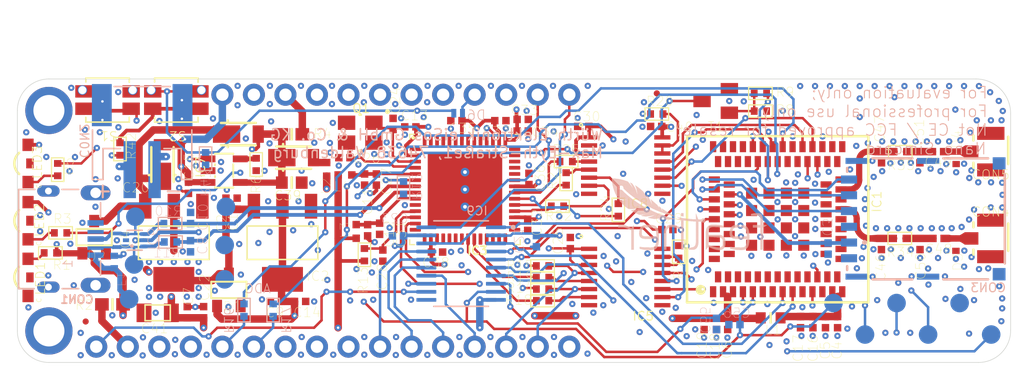
<source format=kicad_pcb>
(kicad_pcb (version 20240108) (generator "pcbnew") (generator_version "8.0")
  (layers (0 "F.Cu" signal) (1 "In1.Cu" signal) (2 "In2.Cu" signal) (31 "B.Cu" signal) (34 "B.Paste" user) (35 "F.Paste" user) (36 "B.SilkS" user "B.Silkscreen") (37 "F.SilkS" user "F.Silkscreen") (38 "B.Mask" user) (39 "F.Mask" user) (44 "Edge.Cuts" user))
  (net 0 "")
  (net 1 "USB_5V")
  (net 2 "GND")
  (net 3 "VCC_SIM")
  (net 4 "SIM_IO")
  (net 5 "SIM_RST")
  (net 6 "SIM_CLK")
  (net 7 "LTE_RXTX")
  (net 8 "M_/RESET")
  (net 9 "STATUS")
  (net 10 "N$1")
  (net 11 "UART0_TX")
  (net 12 "UART0_RX")
  (net 13 "3V3")
  (net 14 "N$6")
  (net 15 "N$8")
  (net 16 "N$7")
  (net 17 "M_WAKEUP")
  (net 18 "N$9")
  (net 19 "N$12")
  (net 20 "N$2")
  (net 21 "UART2_RX")
  (net 22 "UART2_RTS")
  (net 23 "UART2_CTS")
  (net 24 "UART2_TX")
  (net 25 "GNSS_RX")
  (net 26 "N$4")
  (net 27 "N$10")
  (net 28 "U1_3V3_RX")
  (net 29 "UART1_TX")
  (net 30 "UART1_RX")
  (net 31 "U1_3V3_TX")
  (net 32 "FTDI_TXD_CH-A")
  (net 33 "FTDI_RXD_CH-A")
  (net 34 "FTDI_TXD_CH-B")
  (net 35 "FTDI_RXD_CH-B")
  (net 36 "FTDI_TXD_CH-C")
  (net 37 "FTDI_RXD_CH-C")
  (net 38 "FTDI_RTS#_CH-C")
  (net 39 "FTDI_CTS#_CH-C")
  (net 40 "N$33")
  (net 41 "FTDI_RESET")
  (net 42 "N$30")
  (net 43 "N$31")
  (net 44 "FTDI_1V8_VCORE")
  (net 45 "D+")
  (net 46 "D-")
  (net 47 "N$11")
  (net 48 "N$5")
  (net 49 "VBUS")
  (net 50 "N$34")
  (net 51 "N$35")
  (net 52 "1V8")
  (net 53 "U2_3V3_TX")
  (net 54 "U2_3V3_RTS")
  (net 55 "U2_3V3_CTS")
  (net 56 "U2_3V3_RX")
  (net 57 "GPIO_TX")
  (net 58 "FEATHER_USB")
  (net 59 "N$13")
  (net 60 "GPIO_RX")
  (net 61 "STAT")
  (net 62 "N$15")
  (net 63 "VBAT")
  (net 64 "N$16")
  (net 65 "UART1_CTS")
  (net 66 "UART1_RTS")
  (net 67 "ADC_0")
  (net 68 "ADC_1")
  (net 69 "ADC0")
  (net 70 "ADC1")
  (net 71 "I2C_SDA")
  (net 72 "I2C_SCL")
  (net 73 "SPI_MISO")
  (net 74 "SPI_MOSI")
  (net 75 "SPI_CLK")
  (net 76 "SPI_CS")
  (net 77 "5V_IN")
  (net 78 "3V3_FEM")
  (net 79 "M_SPI_MOSI")
  (net 80 "M_SPI_CS")
  (net 81 "M_SPI_MISO")
  (net 82 "M_SPI_CLK")
  (net 83 "M_I2C_SCL")
  (net 84 "M_I2C_SDA")
  (net 85 "N$17")
  (net 86 "LS_ISO_CTRL1")
  (net 87 "3V")
  (net 88 "WAKEUP_3V3")
  (net 89 "/RESET_3V3")
  (net 90 "N$3")
  (net 91 "N$14")
  (footprint "PW16(TSSOP16)" (layer "F.Cu") (at 157.4961 109.5436 -90)
    (property "Reference" "IC5")
    (property "Value" "SN74AVC4T245PWR")
  )
  (footprint "C0402_IPC" (layer "F.Cu") (at 131.2711 111.5136 180)
    (property "Reference" "C14")
    (property "Value" "100nF")
  )
  (footprint "C0402_IPC" (layer "F.Cu") (at 125.3011 103.6336 90)
    (property "Reference" "C2")
    (property "Value" "1uF")
  )
  (footprint "C0402_IPC" (layer "F.Cu") (at 136.4661 101.6836 -90)
    (property "Reference" "C11")
    (property "Value" "4.7uF")
  )
  (footprint "L0603_WE-MK" (layer "F.Cu") (at 169.1711 112.8386)
    (property "Reference" "L1")
    (property "Value" "742792625")
  )
  (footprint "C0402_IPC" (layer "F.Cu") (at 140.1511 97.4336 180)
    (property "Reference" "C13")
    (property "Value" "4.7uF")
  )
  (footprint "C0402_IPC" (layer "F.Cu") (at 181.2011 106.8836 90)
    (property "Reference" "C50")
    (property "Value" "n.m.")
  )
  (footprint "WL-SMSW_1204_A" (layer "F.Cu") (at 109.3611 105.0036 90)
    (property "Reference" "LED2")
    (property "Value" "Blue")
  )
  (footprint "C0402_IPC" (layer "F.Cu") (at 134.8411 99.9236)
    (property "Reference" "C26")
    (property "Value" "27pF")
  )
  (footprint "C0402_IPC" (layer "F.Cu") (at 137.4161 101.6836 90)
    (property "Reference" "C27")
    (property "Value" "100nF")
  )
  (footprint "C0402_IPC" (layer "F.Cu") (at 138.7611 97.1986 -90)
    (property "Reference" "C24")
    (property "Value" "27pF")
  )
  (footprint "C0402_IPC" (layer "F.Cu") (at 129.3311 111.5136 180)
    (property "Reference" "C9")
    (property "Value" "1uF")
  )
  (footprint "SOT223-4" (layer "F.Cu") (at 121.1011 106.7836 180)
    (property "Reference" "IC4")
    (property "Value" "TLV1117LV33DCY")
  )
  (footprint "R0402_IPC" (layer "F.Cu") (at 127.7361 100.4686 90)
    (property "Reference" "R6")
    (property "Value" "5k1R")
  )
  (footprint "C0402_IPC" (layer "F.Cu") (at 178.0911 106.8836 90)
    (property "Reference" "C46")
    (property "Value" "n.m.")
  )
  (footprint "C0402_IPC" (layer "F.Cu") (at 117.8511 101.5836)
    (property "Reference" "C20")
    (property "Value" "100nF")
  )
  (footprint "C0402_IPC" (layer "F.Cu") (at 182.6911 106.4336 180)
    (property "Reference" "C48")
    (property "Value" "100pF")
  )
  (footprint "R0402_IPC" (layer "F.Cu") (at 150.8011 108.6486)
    (property "Reference" "R15")
    (property "Value" "10R")
  )
  (footprint "R0402_IPC" (layer "F.Cu") (at 150.8011 110.5186)
    (property "Reference" "R14")
    (property "Value" "10R")
  )
  (footprint "WIRL-CELL-2615011136000" (layer "F.Cu") (at 169.7361 104.8836)
    (property "Reference" "IC1")
    (property "Value" "WIRL-CELL-2615011136000")
  )
  (footprint "C0402_IPC" (layer "F.Cu") (at 181.1911 99.8836 90)
    (property "Reference" "C51")
    (property "Value" "n.m.")
  )
  (footprint "R0402_IPC" (layer "F.Cu") (at 179.5711 106.4336 180)
    (property "Reference" "R34")
    (property "Value" "0R")
  )
  (footprint "SOT23-5" (layer "F.Cu") (at 125.1511 100.9686 -90)
    (property "Reference" "IC7")
    (property "Value" "MCP73831T-2ACI/OT")
  )
  (footprint "C0402_IPC" (layer "F.Cu") (at 165.7111 113.3286 90)
    (property "Reference" "C6")
    (property "Value" "100nF")
  )
  (footprint "636101111001" (layer "F.Cu") (at 186.9011 106.4336 -90)
    (property "Reference" "CON4")
    (property "Value" "636101111001")
  )
  (footprint "C0402_IPC" (layer "F.Cu") (at 173.5861 113.1836 -90)
    (property "Reference" "C5")
    (property "Value" "10uF")
  )
  (footprint "C0402_IPC" (layer "F.Cu") (at 149.6011 105.3336 90)
    (property "Reference" "C32")
    (property "Value" "100nF")
  )
  (footprint "C0402_IPC" (layer "F.Cu") (at 163.8111 113.3286 -90)
    (property "Reference" "C19")
    (property "Value" "10uF")
  )
  (footprint "C0402_IPC" (layer "F.Cu") (at 137.9361 107.8186 90)
    (property "Reference" "C28")
    (property "Value" "100nF")
  )
  (footprint "C0402_IPC" (layer "F.Cu") (at 149.7011 101.6336 -90)
    (property "Reference" "C36")
    (property "Value" "100nF")
  )
  (footprint "R0402_IPC" (layer "F.Cu") (at 152.0011 103.8336)
    (property "Reference" "R22")
    (property "Value" "10R")
  )
  (footprint "C0402_IPC" (layer "F.Cu") (at 174.5611 113.1836 90)
    (property "Reference" "C4")
    (property "Value" "100nF")
  )
  (footprint "C0402_IPC" (layer "F.Cu") (at 147.4011 96.9336 180)
    (property "Reference" "C37")
    (property "Value" "100nF")
  )
  (footprint "C0402_IPC" (layer "F.Cu") (at 136.7111 105.7736 -90)
    (property "Reference" "C12")
    (property "Value" "4.7uF")
  )
  (footprint "L0402_WE-MK" (layer "F.Cu") (at 135.7911 105.8686 -90)
    (property "Reference" "L3")
    (property "Value" "7427927311")
  )
  (footprint "R0402_IPC" (layer "F.Cu") (at 168.3461 94.7336 180)
    (property "Reference" "R9")
    (property "Value" "10k")
  )
  (footprint "C0402_IPC" (layer "F.Cu") (at 160.8511 105.7186 180)
    (property "Reference" "C29")
    (property "Value" "100nF")
  )
  (footprint "C0402_IPC" (layer "F.Cu") (at 178.1011 99.8836 90)
    (property "Reference" "C47")
    (property "Value" "n.m.")
  )
  (footprint "WE-VE_FEMTOF_0402" (layer "F.Cu") (at 184.0911 106.9336 -90)
    (property "Reference" "D3")
    (property "Value" "8231706A")
  )
  (footprint "434331013822" (layer "F.Cu") (at 121.3027 95.2754 180)
    (property "Reference" "S2")
    (property "Value" "")
  )
  (footprint "R0402_IPC" (layer "F.Cu") (at 160.0011 96.3986 180)
    (property "Reference" "R20")
    (property "Value" "100k")
  )
  (footprint "C0402_IPC" (layer "F.Cu") (at 149.2011 96.8336 180)
    (property "Reference" "C33")
    (property "Value" "100nF")
  )
  (footprint "C0805" (layer "F.Cu") (at 119.8011 112.4336 180)
    (property "Reference" "C41")
    (property "Value" "47µF")
  )
  (footprint "WL-SMSW_1204_A" (layer "F.Cu") (at 109.3611 109.5756 90)
    (property "Reference" "LED1")
    (property "Value" "Red")
  )
  (footprint "SOD123_POWERDI" (layer "F.Cu") (at 120.1861 100.4736 90)
    (property "Reference" "D8" (hide yes))
    (property "Value" "DFLS130L-7" (hide yes))
  )
  (footprint "BSS138" (layer "F.Cu") (at 164.7461 95.3486 90)
    (property "Reference" "T1")
    (property "Value" "BSS138")
  )
  (footprint "R0402_IPC" (layer "F.Cu") (at 161.7611 107.5136 90)
    (property "Reference" "R7")
    (property "Value" "100k")
  )
  (footprint "FEATHERWING_80MM" (layer "F.Cu") (at 108.5011 116.4336)
    (property "Reference" "MS1" (hide yes))
    (property "Value" "FEATHERWING_80MM" (hide yes))
    (fp_line (start 0 -20.32) (end 0 -2.54) (stroke (width 0.05)) (layer "Edge.Cuts"))
    (fp_line (start 2.54 0) (end 77.415462 0) (stroke (width 0.05)) (layer "Edge.Cuts"))
    (fp_line (start 77.201581 -22.86) (end 2.54 -22.86) (stroke (width 0.05)) (layer "Edge.Cuts"))
    (fp_line (start 80 -2.584537) (end 80 -20.061581) (stroke (width 0.05)) (layer "Edge.Cuts"))
    (fp_arc (start 0 -20.32) (mid 0.743949 -22.116051) (end 2.54 -22.86) (stroke (width 0.05)) (layer "Edge.Cuts"))
    (fp_arc (start 2.54 0) (mid 0.743949 -0.743949) (end 0 -2.54) (stroke (width 0.05)) (layer "Edge.Cuts"))
    (fp_arc (start 77.201581 -22.86) (mid 79.180362 -22.040362) (end 80 -20.061581) (stroke (width 0.05)) (layer "Edge.Cuts"))
    (fp_arc (start 80 -2.584538) (mid 79.243006 -0.756994) (end 77.415462 0) (stroke (width 0.05)) (layer "Edge.Cuts"))
  )
  (footprint "C0402_IPC" (layer "F.Cu") (at 154.0761 97.3986)
    (property "Reference" "C30")
    (property "Value" "100nF")
  )
  (footprint "C0402_IPC" (layer "F.Cu") (at 171.5761 113.1836 -90)
    (property "Reference" "C17")
    (property "Value" "1uF")
  )
  (footprint "OPT_M_05" (layer "F.Cu") (at 114.0011 113.1336)
    (property "Reference" "O1" (hide yes))
    (property "Value" "OPT_MARKE05" (hide yes))
  )
  (footprint "WE-XTAL_CFPX-180" (layer "F.Cu") (at 136.1161 97.9036 180)
    (property "Reference" "Q1")
    (property "Value" "12MHz/±20 ppm")
  )
  (footprint "C0402_IPC" (layer "F.Cu") (at 143.8611 96.9336)
    (property "Reference" "C35")
    (property "Value" "100nF")
  )
  (footprint "R0402_IPC" (layer "F.Cu") (at 179.6111 99.4336 180)
    (property "Reference" "R35")
    (property "Value" "0R")
  )
  (footprint "C0402_IPC" (layer "F.Cu") (at 164.8111 113.3286 -90)
    (property "Reference" "C18")
    (property "Value" "10uF")
  )
  (footprint "R0402_IPC" (layer "F.Cu") (at 152.7011 101.6336 90)
    (property "Reference" "R23")
    (property "Value" "10R")
  )
  (footprint "R0402_IPC" (layer "F.Cu") (at 150.8011 109.5886)
    (property "Reference" "R19")
    (property "Value" "10R")
  )
  (footprint "636101111001" (layer "F.Cu") (at 186.9011 99.4336 -90)
    (property "Reference" "CON5")
    (property "Value" "636101111001")
  )
  (footprint "R0402_IPC" (layer "F.Cu") (at 111.7511 100.8836 90)
    (property "Reference" "R5")
    (property "Value" "4k7R")
  )
  (footprint "R0402_IPC" (layer "F.Cu") (at 152.7011 100.2336)
    (property "Reference" "R25")
    (property "Value" "10R")
  )
  (footprint "C0402_IPC" (layer "F.Cu") (at 126.2011 103.6336 -90)
    (property "Reference" "C1")
    (property "Value" "100nF")
  )
  (footprint "SOT23@1" (layer "F.Cu") (at 114.6861 106.3336)
    (property "Reference" "D2")
    (property "Value" "n.m.")
  )
  (footprint "434331013822" (layer "F.Cu") (at 115.7651 95.2754 180)
    (property "Reference" "S1")
    (property "Value" "")
  )
  (footprint "R0402_IPC" (layer "F.Cu") (at 156.9011 104.1336 90)
    (property "Reference" "R24")
    (property "Value" "10R")
  )
  (footprint "VQFN-56" (layer "F.Cu") (at 144.5511 102.4836)
    (property "Reference" "IC3")
    (property "Value" "FT4232H-56Q")
  )
  (footprint "SOT23@1" (layer "F.Cu") (at 125.5361 110.5836)
    (property "Reference" "D1")
    (property "Value" "n.m.")
  )
  (footprint "R0402_IPC" (layer "F.Cu") (at 150.8011 111.4536)
    (property "Reference" "R18")
    (property "Value" "10R")
  )
  (footprint "OPT_M_05" (layer "F.Cu") (at 160.0011 94.7336)
    (property "Reference" "O2" (hide yes))
    (property "Value" "OPT_MARKE05" (hide yes))
  )
  (footprint "C0402_IPC" (layer "F.Cu") (at 137.6761 105.6536 90)
    (property "Reference" "C31")
    (property "Value" "100nF")
  )
  (footprint "R0402_IPC" (layer "F.Cu") (at 136.4511 107.7486 90)
    (property "Reference" "R13")
    (property "Value" "1k")
  )
  (footprint "L0402_WE-MK" (layer "F.Cu") (at 133.4111 100.8636 -90)
    (property "Reference" "L2")
    (property "Value" "7427927311")
  )
  (footprint "C0402_IPC" (layer "F.Cu") (at 122.2811 102.3486 -90)
    (property "Reference" "C15")
    (property "Value" "10uF")
  )
  (footprint "R0603_IPC" (layer "F.Cu") (at 116.1611 111.7536 180)
    (property "Reference" "R2")
    (property "Value" "0R")
  )
  (footprint "R0402_IPC" (layer "F.Cu") (at 111.9811 105.9836)
    (property "Reference" "R3")
    (property "Value" "2.2k")
  )
  (footprint "C0402_IPC" (layer "F.Cu") (at 142.3011 107.5336 180)
    (property "Reference" "C38")
    (property "Value" "100nF")
  )
  (footprint "PW16(TSSOP16)" (layer "F.Cu") (at 157.4961 100.5586 -90)
    (property "Reference" "IC8")
    (property "Value" "SN74AVC4T245PWR")
  )
  (footprint "SOT223-4" (layer "F.Cu") (at 129.8511 106.7836 180)
    (property "Reference" "IC2")
    (property "Value" "TLV1117LV18DCY")
  )
  (footprint "C0402_IPC" (layer "F.Cu") (at 123.5011 112.3836 -90)
    (property "Reference" "C22")
    (property "Value" "100nF")
  )
  (footprint "C0402_IPC" (layer "F.Cu") (at 182.6511 99.4336 180)
    (property "Reference" "C49")
    (property "Value" "100pF")
  )
  (footprint "C0402_IPC" (layer "F.Cu") (at 153.0361 106.8086 -90)
    (property "Reference" "C25")
    (property "Value" "100nF")
  )
  (footprint "WE-VE_FEMTOF_0402" (layer "F.Cu") (at 184.1111 99.9336 -90)
    (property "Reference" "D4")
    (property "Value" "8231706A")
  )
  (footprint "L0402_WE-MK" (layer "F.Cu") (at 134.8861 101.3136 180)
    (property "Reference" "L4")
    (property "Value" "7427927311")
  )
  (footprint "C0402_IPC" (layer "F.Cu") (at 159.9511 97.3986)
    (property "Reference" "C40")
    (property "Value" "100nF")
  )
  (footprint "C0402_IPC" (layer "F.Cu") (at 172.5761 113.1836 -90)
    (property "Reference" "C16")
    (property "Value" "10uF")
  )
  (footprint "SOD123_POWERDI" (layer "F.Cu") (at 126.3011 98.0186)
    (property "Reference" "D7" (hide yes))
    (property "Value" "DFLS130L-7" (hide yes))
  )
  (footprint "C0402_IPC" (layer "F.Cu") (at 122.1811 112.3836 90)
    (property "Reference" "C7")
    (property "Value" "4.7uF")
  )
  (footprint "WL-SMSW_1204_A" (layer "F.Cu") (at 109.3611 100.3836 90)
    (property "Reference" "LED3")
    (property "Value" "Yellow")
  )
  (footprint "R0402_IPC" (layer "F.Cu") (at 116.7661 99.2236 90)
    (property "Reference" "R42")
    (property "Value" "100R")
  )
  (footprint "C0603_IPC" (layer "F.Cu") (at 130.6011 101.9336 180)
    (property "Reference" "C39")
    (property "Value" "10uF")
  )
  (footprint "R0603_IPC" (layer "F.Cu") (at 130.6011 98.0336 180)
    (property "Reference" "R4")
    (property "Value" "0R")
  )
  (footprint "R0402_IPC" (layer "F.Cu") (at 111.1591 107.5986)
    (property "Reference" "R1")
    (property "Value" "2.2k")
  )
  (footprint "R0402_IPC" (layer "F.Cu") (at 168.3461 96.1636)
    (property "Reference" "R8")
    (property "Value" "100k")
  )
  (footprint "C0402_IPC" (layer "F.Cu") (at 149.2011 97.7686 180)
    (property "Reference" "C34")
    (property "Value" "100nF")
  )
  (footprint "SOD123_POWERDI" (layer "F.Cu") (at 130.7511 99.9186)
    (property "Reference" "D5" (hide yes))
    (property "Value" "DFLS130L-7" (hide yes))
  )
  (footprint "R0402_IPC" (layer "B.Cu") (at 139.6011 102.3486 90)
    (property "Reference" "R12")
    (property "Value" "12k")
  )
  (footprint "C0402_IPC" (layer "B.Cu") (at 166.2511 113.3836)
    (property "Reference" "C56")
    (property "Value" "n.m.")
  )
  (footprint "629105150521" (layer "B.Cu") (at 113.7511 106.4836 90)
    (property "Reference" "CON1")
    (property "Value" "Micro_USB")
  )
  (footprint "TP15R" (layer "B.Cu") (at 117.5011 111.3336 180)
    (property "Reference" "TP9" (hide yes))
    (property "Value" "TP15R" (hide yes))
  )
  (footprint "R0402_IPC" (layer "B.Cu") (at 123.6611 99.9986 -90)
    (property "Reference" "R43")
    (property "Value" "1k")
  )
  (footprint "TP15R" (layer "B.Cu") (at 118.0011 104.6836 180)
    (property "Reference" "TP7" (hide yes))
    (property "Value" "TP15R" (hide yes))
  )
  (footprint "TP15R" (layer "B.Cu") (at 181.8511 114.1836 180)
    (property "Reference" "TP2" (hide yes))
    (property "Value" "TP15R" (hide yes))
  )
  (footprint "JST-PH-2-SMT-RA-ADRASTEA-ANGEPASST" (layer "B.Cu") (at 118.5511 97.1836 180)
    (property "Reference" "C0N2")
    (property "Value" "LiPoLy-Plug")
  )
  (footprint "C0402_IPC" (layer "B.Cu") (at 164.8111 113.3286 90)
    (property "Reference" "C55")
    (property "Value" "100nF")
  )
  (footprint "C0402_IPC" (layer "B.Cu") (at 173.7961 107.2536 -90)
    (property "Reference" "C3")
    (property "Value" "100nF")
  )
  (footprint "TP15R" (layer "B.Cu") (at 184.3911 111.6436 180)
    (property "Reference" "TP6" (hide yes))
    (property "Value" "TP15R" (hide yes))
  )
  (footprint "TP15R" (layer "B.Cu") (at 174.2311 111.6436 180)
    (property "Reference" "TP5" (hide yes))
    (property "Value" "TP15R" (hide yes))
  )
  (footprint "TP15R" (layer "B.Cu") (at 125.2011 109.7336 180)
    (property "Reference" "TP12" (hide yes))
    (property "Value" "TP15R" (hide yes))
  )
  (footprint "0402" (layer "B.Cu") (at 116.3011 108.3336 90)
    (property "Reference" "F1")
    (property "Value" "ERB-RD1R50X")
  )
  (footprint "TP15R" (layer "B.Cu") (at 176.7711 114.1836 180)
    (property "Reference" "TP4" (hide yes))
    (property "Value" "TP15R" (hide yes))
  )
  (footprint "R0402_IPC" (layer "B.Cu") (at 120.8361 106.7186 180)
    (property "Reference" "R11")
    (property "Value" "10R")
  )
  (footprint "SOP65P640X120-20N" (layer "B.Cu") (at 144.2411 108.4636 180)
    (property "Reference" "IC9")
    (property "Value" "TXS0108EPWR")
  )
  (footprint "WE-TVS_SOT563" (layer "B.Cu") (at 117.9511 106.5786)
    (property "Reference" "IC6")
    (property "Value" "82400152")
  )
  (footprint "R0402_IPC" (layer "B.Cu") (at 120.8011 105.2336)
    (property "Reference" "R10")
    (property "Value" "10R")
  )
  (footprint "C0402_IPC" (layer "B.Cu") (at 122.4461 107.0636 90)
    (property "Reference" "C8")
    (property "Value" "10pF")
  )
  (footprint "X1-DFN1006-2" (layer "B.Cu") (at 144.0011 96.3336)
    (property "Reference" "D6")
    (property "Value" "BAT540402_X1-DFN1006-2")
  )
  (footprint "TP15R" (layer "B.Cu") (at 186.9311 114.1836 180)
    (property "Reference" "TP1" (hide yes))
    (property "Value" "TP15R" (hide yes))
  )
  (footprint "TP15R" (layer "B.Cu") (at 179.3111 111.6436 180)
    (property "Reference" "TP3" (hide yes))
    (property "Value" "TP15R" (hide yes))
  )
  (footprint "R0402_IPC" (layer "B.Cu") (at 129.1011 112.2136 -90)
    (property "Reference" "R17" (hide yes))
    (property "Value" "n.m.")
  )
  (footprint "TP15R" (layer "B.Cu") (at 125.3011 103.8836 180)
    (property "Reference" "TP10" (hide yes))
    (property "Value" "TP15R" (hide yes))
  )
  (footprint "C0402_IPC" (layer "B.Cu") (at 150.3061 106.6536 -90)
    (property "Reference" "C21")
    (property "Value" "100nF")
  )
  (footprint "TP15R" (layer "B.Cu") (at 117.9011 108.5336 180)
    (property "Reference" "TP8" (hide yes))
    (property "Value" "TP15R" (hide yes))
  )
  (footprint "FEATHER_12MM" (layer "B.Cu") (at 168.9011 107.3836 180)
    (property "Reference" "U$4" (hide yes))
    (property "Value" "" (hide yes))
  )
  (footprint "TP15R" (layer "B.Cu") (at 125.2011 106.9636 180)
    (property "Reference" "TP11" (hide yes))
    (property "Value" "TP15R" (hide yes))
  )
  (footprint "693043020611" (layer "B.Cu") (at 181.6811 104.8536 -90)
    (property "Reference" "CON3")
    (property "Value" "693043020611")
  )
  (footprint "R0402_IPC" (layer "B.Cu") (at 126.7511 112.2136 -90)
    (property "Reference" "R16" (hide yes))
    (property "Value" "n.m.")
  )
  (footprint "C0402_IPC" (layer "B.Cu") (at 122.4511 104.7836 -90)
    (property "Reference" "C10")
    (property "Value" "10pF")
  )
  (footprint "C0402_IPC" (layer "B.Cu") (at 139.1561 106.2236 180)
    (property "Reference" "C23")
    (property "Value" "100nF")
  )
  (gr_text "For evaluation only; \nFor professional use only;\nNot CE / FCC approved for resale;" (at 186.7011 98.2336 0) (layer "B.SilkS") (effects (font (size 0.93472 0.93472) (thickness 0.08128)) (justify left bottom mirror)))
  (gr_text "R17" (at 129.690387 114.13936 -90) (layer "B.SilkS") (effects (font (size 0.736 0.736) (thickness 0.064)) (justify left bottom mirror)))
  (gr_text "Nano Simcard" (at 186.6011 99.7336 0) (layer "B.SilkS") (effects (font (size 0.92 0.92) (thickness 0.08)) (justify left bottom mirror)))
  (gr_text "R16" (at 125.080387 114.13936 -90) (layer "B.SilkS") (effects (font (size 0.736 0.736) (thickness 0.064)) (justify left bottom mirror)))
  (gr_text "Würth Elektronik eiSos GmbH & Co. KG\nMax-Eyth-Straße1, 74638 Waldenburg" (at 155.7511 100.0336 0) (layer "B.SilkS") (effects (font (size 0.89408 0.89408) (thickness 0.12192)) (justify left bottom mirror)))
  (gr_text "ADC" (at 128.958044 110.052888 0) (layer "B.SilkS") (effects (font (size 0.736 0.736) (thickness 0.064)) (justify left top mirror)))
  (segment (start 129.8011 97.9836) (end 129.8011 99.9186) (width 0.6) (layer "F.Cu") (net 1))
  (segment (start 127.4011 99.2336) (end 127.7011 99.2336) (width 0.3) (layer "F.Cu") (net 1))
  (segment (start 129.8011 99.9186) (end 129.8011 101.9336) (width 0.6) (layer "F.Cu") (net 1))
  (segment (start 127.7011 99.2336) (end 127.9011 99.0336) (width 0.3) (layer "F.Cu") (net 1))
  (segment (start 129.7511 98.0336) (end 129.8011 97.9836) (width 0.6) (layer "F.Cu") (net 1))
  (segment (start 126.4511 101.9186) (end 126.4861 101.9186) (width 0.2) (layer "F.Cu") (net 1))
  (segment (start 126.4661 101.9336) (end 126.4511 101.9186) (width 0.5) (layer "F.Cu") (net 1))
  (segment (start 126.4861 101.9186) (end 126.5011 101.9336) (width 0.2) (layer "F.Cu") (net 1))
  (segment (start 129.7511 98.0336) (end 129.7361 98.0186) (width 0.6) (layer "F.Cu") (net 1))
  (segment (start 127.9011 99.0336) (end 127.9011 98.0186) (width 0.3) (layer "F.Cu") (net 1))
  (segment (start 110.2511 98.8836) (end 109.3611 98.8836) (width 0.3) (layer "F.Cu") (net 1))
  (segment (start 129.7361 98.0186) (end 127.9011 98.0186) (width 0.6) (layer "F.Cu") (net 1))
  (segment (start 129.8011 101.9336) (end 126.4661 101.9336) (width 0.5) (layer "F.Cu") (net 1))
  (via (at 110.2511 98.8836) (size 0.5) (drill 0.2) (layers "F.Cu" "B.Cu") (net 1))
  (via (at 127.4011 99.2336) (size 0.5) (drill 0.2) (layers "F.Cu" "B.Cu") (net 1))
  (segment (start 121.5311 102.3586) (end 121.8011 102.6286) (width 0.2) (layer "F.Cu") (net 2))
  (segment (start 122.2011 102.8336) (end 122.0011 102.6336) (width 0.2) (layer "F.Cu") (net 2))
  (segment (start 123.4761 111.9586) (end 123.5011 111.9336) (width 0.3) (layer "F.Cu") (net 2))
  (segment (start 137.1961 102.7886) (end 136.9011 102.7886) (width 0.3) (layer "F.Cu") (net 2))
  (segment (start 121.8011 102.6286) (end 121.8011 102.6336) (width 0.2) (layer "F.Cu") (net 2))
  (segment (start 122.8311 111.9586) (end 123.4761 111.9586) (width 0.3) (layer "F.Cu") (net 2))
  (segment (start 137.008084 106.7336) (end 136.7111 106.436616) (width 0.3) (layer "F.Cu") (net 2))
  (segment (start 137.4161 102.5686) (end 137.1961 102.7886) (width 0.3) (layer "F.Cu") (net 2))
  (segment (start 146.4061 97.5386) (end 146.3061 97.5386) (width 0.2) (layer "F.Cu") (net 2))
  (segment (start 146.8011 98.4836) (end 146.8011 97.9336) (width 0.2) (layer "F.Cu") (net 2))
  (segment (start 146.8011 97.9336) (end 146.4061 97.5386) (width 0.2) (layer "F.Cu") (net 2))
  (segment (start 136.7111 106.436616) (end 136.7111 106.2236) (width 0.3) (layer "F.Cu") (net 2))
  (segment (start 122.0011 102.6336) (end 121.8011 102.6336) (width 0.2) (layer "F.Cu") (net 2))
  (segment (start 122.8311 111.9586) (end 122.2061 111.9586) (width 0.3) (layer "F.Cu") (net 2))
  (segment (start 122.2061 111.9586) (end 122.1811 111.9336) (width 0.3) (layer "F.Cu") (net 2))
  (segment (start 137.2811 106.7336) (end 137.008084 106.7336) (width 0.3) (layer "F.Cu") (net 2))
  (segment (start 137.4161 102.1336) (end 137.4161 102.5686) (width 0.3) (layer "F.Cu") (net 2))
  (via (at 131.4011 114.3836) (size 0.5) (drill 0.2) (layers "F.Cu" "B.Cu") (net 2))
  (via (at 160.4561 103.3936) (size 0.5) (drill 0.2) (layers "F.Cu" "B.Cu") (net 2))
  (via (at 177.4661 101.4686) (size 0.5) (drill 0.2) (layers "F.Cu" "B.Cu") (net 2))
  (via (at 139.0011 114.3836) (size 0.5) (drill 0.2) (layers "F.Cu" "B.Cu") (net 2))
  (via (at 153.6961 106.2486) (size 0.5) (drill 0.2) (layers "F.Cu" "B.Cu") (net 2))
  (via (at 136.9011 102.7886) (size 0.5) (drill 0.2) (layers "F.Cu" "B.Cu") (net 2))
  (via (at 144.2761 108.5986) (size 0.5) (drill 0.2) (layers "F.Cu" "B.Cu") (net 2))
  (via (at 149.5811 106.6536) (size 0.5) (drill 0.2) (layers "F.Cu" "B.Cu") (net 2))
  (via (at 176.3461 94.1436) (size 0.5) (drill 0.2) (layers "F.Cu" "B.Cu") (net 2))
  (via (at 146.6011 114.3836) (size 0.5) (drill 0.2) (layers "F.Cu" "B.Cu") (net 2))
  (via (at 178.7461 94.1436) (size 0.5) (drill 0.2) (layers "F.Cu" "B.Cu") (net 2))
  (via (at 176.9961 98.7436) (size 0.5) (drill 0.2) (layers "F.Cu" "B.Cu") (net 2))
  (via (at 184.7511 108.7086) (size 0.5) (drill 0.2) (layers "F.Cu" "B.Cu") (net 2))
  (via (at 181.9211 107.3286) (size 0.5) (drill 0.2) (layers "F.Cu" "B.Cu") (net 2))
  (via (at 181.8811 110.1586) (size 0.5) (drill 0.2) (layers "F.Cu" "B.Cu") (net 2))
  (via (at 121.8211 107.4786) (size 0.5) (drill 0.2) (layers "F.Cu" "B.Cu") (net 2))
  (via (at 122.8761 100.5686) (size 0.5) (drill 0.2) (layers "F.Cu" "B.Cu") (net 2))
  (via (at 151.7211 114.3836) (size 0.5) (drill 0.2) (layers "F.Cu" "B.Cu") (net 2))
  (via (at 178.8111 100.3686) (size 0.5) (drill 0.2) (layers "F.Cu" "B.Cu") (net 2))
  (via (at 116.1011 115.8486) (size 0.5) (drill 0.2) (layers "F.Cu" "B.Cu") (net 2))
  (via (at 158.8461 97.4286) (size 0.5) (drill 0.2) (layers "F.Cu" "B.Cu") (net 2))
  (via (at 139.7111 103.7486) (size 0.5) (drill 0.2) (layers "F.Cu" "B.Cu") (net 2))
  (via (at 178.5511 105.6086) (size 0.5) (drill 0.2) (layers "F.Cu" "B.Cu") (net 2))
  (via (at 136.4411 115.8086) (size 0.5) (drill 0.2) (layers "F.Cu" "B.Cu") (net 2))
  (via (at 133.9061 97.1136) (size 0.5) (drill 0.2) (layers "F.Cu" "B.Cu") (net 2))
  (via (at 177.6511 105.6086) (size 0.5) (drill 0.2) (layers "F.Cu" "B.Cu") (net 2))
  (via (at 116.1461 112.6336) (size 0.5) (drill 0.2) (layers "F.Cu" "B.Cu") (net 2))
  (via (at 126.2411 115.8086) (size 0.5) (drill 0.2) (layers "F.Cu" "B.Cu") (net 2))
  (via (at 131.3911 100.9736) (size 0.5) (drill 0.2) (layers "F.Cu" "B.Cu") (net 2))
  (via (at 128.8361 95.5936) (size 0.5) (drill 0.2) (layers "F.Cu" "B.Cu") (net 2))
  (via (at 163.0961 113.7636) (size 0.5) (drill 0.2) (layers "F.Cu" "B.Cu") (net 2))
  (via (at 178.1011 108.0086) (size 0.5) (drill 0.2) (layers "F.Cu" "B.Cu") (net 2))
  (via (at 113.6011 114.0486) (size 0.5) (drill 0.2) (layers "F.Cu" "B.Cu") (net 2))
  (via (at 185.1711 101.5586) (size 0.5) (drill 0.2) (layers "F.Cu" "B.Cu") (net 2))
  (via (at 170.1461 96.1436) (size 0.5) (drill 0.2) (layers "F.Cu" "B.Cu") (net 2))
  (via (at 113.1411 99.8686) (size 0.5) (drill 0.2) (layers "F.Cu" "B.Cu") (net 2))
  (via (at 138.9811 115.8336) (size 0.5) (drill 0.2) (layers "F.Cu" "B.Cu") (net 2))
  (via (at 184.1111 101.0986) (size 0.5) (drill 0.2) (layers "F.Cu" "B.Cu") (net 2))
  (via (at 134.3861 100.5636) (size 0.5) (drill 0.2) (layers "F.Cu" "B.Cu") (net 2))
  (via (at 184.0461 96.0436) (size 0.5) (drill 0.2) (layers "F.Cu" "B.Cu") (net 2))
  (via (at 171.6511 114.2936) (size 0.5) (drill 0.2) (layers "F.Cu" "B.Cu") (net 2))
  (via (at 187.8211 101.9386) (size 0.5) (drill 0.2) (layers "F.Cu" "B.Cu") (net 2))
  (via (at 128.7411 115.8086) (size 0.5) (drill 0.2) (layers "F.Cu" "B.Cu") (net 2))
  (via (at 149.7011 100.5386) (size 0.5) (drill 0.2) (layers "F.Cu" "B.Cu") (net 2))
  (via (at 149.1211 115.8236) (size 0.5) (drill 0.2) (layers "F.Cu" "B.Cu") (net 2))
  (via (at 180.3511 105.6086) (size 0.5) (drill 0.2) (layers "F.Cu" "B.Cu") (net 2))
  (via (at 173.7861 108.3786) (size 0.5) (drill 0.2) (layers "F.Cu" "B.Cu") (net 2))
  (via (at 131.3411 115.8086) (size 0.5) (drill 0.2) (layers "F.Cu" "B.Cu") (net 2))
  (via (at 183.7511 105.6086) (size 0.5) (drill 0.2) (layers "F.Cu" "B.Cu") (net 2))
  (via (at 187.8161 112.0736) (size 0.5) (drill 0.2) (layers "F.Cu" "B.Cu") (net 2))
  (via (at 176.3461 96.6436) (size 0.5) (drill 0.2) (layers "F.Cu" "B.Cu") (net 2))
  (via (at 116.5811 101.5886) (size 0.5) (drill 0.2) (layers "F.Cu" "B.Cu") (net 2))
  (via (at 170.4361 107.8086) (size 0.5) (drill 0.2) (layers "F.Cu" "B.Cu") (net 2))
  (via (at 180.4111 114.0436) (size 0.5) (drill 0.2) (layers "F.Cu" "B.Cu") (net 2))
  (via (at 182.9511 105.6086) (size 0.5) (drill 0.2) (layers "F.Cu" "B.Cu") (net 2))
  (via (at 171.7261 111.9786) (size 0.5) (drill 0.2) (layers "F.Cu" "B.Cu") (net 2))
  (via (at 186.9211 101.9086) (size 0.5) (drill 0.2) (layers "F.Cu" "B.Cu") (net 2))
  (via (at 137.2661 108.2786) (size 0.5) (drill 0.2) (layers "F.Cu" "B.Cu") (net 2))
  (via (at 182.0511 100.8086) (size 0.5) (drill 0.2) (layers "F.Cu" "B.Cu") (net 2))
  (via (at 154.4211 115.7236) (size 0.5) (drill 0.2) (layers "F.Cu" "B.Cu") (net 2))
  (via (at 176.7661 104.0686) (size 0.5) (drill 0.2) (layers "F.Cu" "B.Cu") (net 2))
  (via (at 172.7761 107.6986) (size 0.5) (drill 0.2) (layers "F.Cu" "B.Cu") (net 2))
  (via (at 130.7111 105.7786) (size 0.5) (drill 0.2) (layers "F.Cu" "B.Cu") (net 2))
  (via (at 121.4611 101.6486) (size 0.5) (drill 0.2) (layers "F.Cu" "B.Cu") (net 2))
  (via (at 158.6211 113.9836) (size 0.5) (drill 0.2) (layers "F.Cu" "B.Cu") (net 2))
  (via (at 116.5161 106.5836) (size 0.5) (drill 0.2) (layers "F.Cu" "B.Cu") (net 2))
  (via (at 163.8061 114.4336) (size 0.5) (drill 0.2) (layers "F.Cu" "B.Cu") (net 2))
  (via (at 151.6961 97.7986) (size 0.5) (drill 0.2) (layers "F.Cu" "B.Cu") (net 2))
  (via (at 128.8411 94.1286) (size 0.5) (drill 0.2) (layers "F.Cu" "B.Cu") (net 2))
  (via (at 179.0511 98.6086) (size 0.5) (drill 0.2) (layers "F.Cu" "B.Cu") (net 2))
  (via (at 144.2111 107.4236) (size 0.5) (drill 0.2) (layers "F.Cu" "B.Cu") (net 2))
  (via (at 132.2511 101.9836) (size 0.5) (drill 0.2) (layers "F.Cu" "B.Cu") (net 2))
  (via (at 113.6011 115.8486) (size 0.5) (drill 0.2) (layers "F.Cu" "B.Cu") (net 2))
  (via (at 175.3511 113.7086) (size 0.5) (drill 0.2) (layers "F.Cu" "B.Cu") (net 2))
  (via (at 117.9411 109.7686) (size 0.5) (drill 0.2) (layers "F.Cu" "B.Cu") (net 2))
  (via (at 163.7061 98.4786) (size 0.5) (drill 0.2) (layers "F.Cu" "B.Cu") (net 2))
  (via (at 179.6511 100.3086) (size 0.5) (drill 0.2) (layers "F.Cu" "B.Cu") (net 2))
  (via (at 179.9511 98.6086) (size 0.5) (drill 0.2) (layers "F.Cu" "B.Cu") (net 2))
  (via (at 176.7661 103.2686) (size 0.5) (drill 0.2) (layers "F.Cu" "B.Cu") (net 2))
  (via (at 138.9361 95.5936) (size 0.5) (drill 0.2) (layers "F.Cu" "B.Cu") (net 2))
  (via (at 183.2111 109.4986) (size 0.5) (drill 0.2) (layers "F.Cu" "B.Cu") (net 2))
  (via (at 171.3661 101.2686) (size 0.5) (drill 0.2) (layers "F.Cu" "B.Cu") (net 2))
  (via (at 172.7661 105.6686) (size 0.5) (drill 0.2) (layers "F.Cu" "B.Cu") (net 2))
  (via (at 185.5511 111.4086) (size 0.5) (drill 0.2) (layers "F.Cu" "B.Cu") (net 2))
  (via (at 110.9911 109.4186) (size 0.5) (drill 0.2) (layers "F.Cu" "B.Cu") (net 2))
  (via (at 174.5511 114.2936) (size 0.5) (drill 0.2) (layers "F.Cu" "B.Cu") (net 2))
  (via (at 168.9061 111.7286) (size 0.5) (drill 0.2) (layers "F.Cu" "B.Cu") (net 2))
  (via (at 177.7511 111.4086) (size 0.5) (drill 0.2) (layers "F.Cu" "B.Cu") (net 2))
  (via (at 113.9411 97.6686) (size 0.5) (drill 0.2) (layers "F.Cu" "B.Cu") (net 2))
  (via (at 153.6211 96.7286) (size 0.5) (drill 0.2) (layers "F.Cu" "B.Cu") (net 2))
  (via (at 155.6911 111.8186) (size 0.5) (drill 0.2) (layers "F.Cu" "B.Cu") (net 2))
  (via (at 128.2011 111.3486) (size 0.5) (drill 0.2) (layers "F.Cu" "B.Cu") (net 2))
  (via (at 183.3311 107.4186) (size 0.5) (drill 0.2) (layers "F.Cu" "B.Cu") (net 2))
  (via (at 168.3361 106.2986) (size 0.5) (drill 0.2) (layers "F.Cu" "B.Cu") (net 2))
  (via (at 140.2061 111.3736) (size 0.5) (drill 0.2) (layers "F.Cu" "B.Cu") (net 2))
  (via (at 141.5211 115.8236) (size 0.5) (drill 0.2) (layers "F.Cu" "B.Cu") (net 2))
  (via (at 184.5511 105.5086) (size 0.5) (drill 0.2) (layers "F.Cu" "B.Cu") (net 2))
  (via (at 186.9111 96.9086) (size 0.5) (drill 0.2) (layers "F.Cu" "B.Cu") (net 2))
  (via (at 176.9661 102.3686) (size 0.5) (drill 0.2) (layers "F.Cu" "B.Cu") (net 2))
  (via (at 183.3111 100.4386) (size 0.5) (drill 0.2) (layers "F.Cu" "B.Cu") (net 2))
  (via (at 177.5461 94.1436) (size 0.5) (drill 0.2) (layers "F.Cu" "B.Cu") (net 2))
  (via (at 137.2411 99.6286) (size 0.5) (drill 0.2) (layers "F.Cu" "B.Cu") (net 2))
  (via (at 172.7461 103.5486) (size 0.5) (drill 0.2) (layers "F.Cu" "B.Cu") (net 2))
  (via (at 121.1911 115.7686) (size 0.5) (drill 0.2) (layers "F.Cu" "B.Cu") (net 2))
  (via (at 162.8461 108.2486) (size 0.5) (drill 0.2) (layers "F.Cu" "B.Cu") (net 2))
  (via (at 173.8511 101.0586) (size 0.5) (drill 0.2) (layers "F.Cu" "B.Cu") (net 2))
  (via (at 171.1461 103.4986) (size 0.5) (drill 0.2) (layers "F.Cu" "B.Cu") (net 2))
  (via (at 159.1461 111.2486) (size 0.5) (drill 0.2) (layers "F.Cu" "B.Cu") (net 2))
  (via (at 182.3461 94.1436) (size 0.5) (drill 0.2) (layers "F.Cu" "B.Cu") (net 2))
  (via (at 187.8311 103.9386) (size 0.5) (drill 0.2) (layers "F.Cu" "B.Cu") (net 2))
  (via (at 120.4611 99.8486) (size 0.5) (drill 0.2) (layers "F.Cu" "B.Cu") (net 2))
  (via (at 144.1011 114.3836) (size 0.5) (drill 0.2) (layers "F.Cu" "B.Cu") (net 2))
  (via (at 149.5161 96.1436) (size 0.5) (drill 0.2) (layers "F.Cu" "B.Cu") (net 2))
  (via (at 144.0411 94.1286) (size 0.5) (drill 0.2) (layers "F.Cu" "B.Cu") (net 2))
  (via (at 112.8411 94.2886) (size 0.5) (drill 0.2) (layers "F.Cu" "B.Cu") (net 2))
  (via (at 113.7411 105.1686) (size 0.5) (drill 0.2) (layers "F.Cu" "B.Cu") (net 2))
  (via (at 176.6511 107.1086) (size 0.5) (drill 0.2) (layers "F.Cu" "B.Cu") (net 2))
  (via (at 179.4511 105.6086) (size 0.5) (drill 0.2) (layers "F.Cu" "B.Cu") (net 2))
  (via (at 180.8511 98.6086) (size 0.5) (drill 0.2) (layers "F.Cu" "B.Cu") (net 2))
  (via (at 167.6161 107.8386) (size 0.5) (drill 0.2) (layers "F.Cu" "B.Cu") (net 2))
  (via (at 138.4811 105.5636) (size 0.5) (drill 0.2) (layers "F.Cu" "B.Cu") (net 2))
  (via (at 114.7911 103.8786) (size 0.5) (drill 0.2) (layers "F.Cu" "B.Cu") (net 2))
  (via (at 162.4061 114.3136) (size 0.5) (drill 0.2) (layers "F.Cu" "B.Cu") (net 2))
  (via (at 121.5311 102.3586) (size 0.5) (drill 0.2) (layers "F.Cu" "B.Cu") (net 2))
  (via (at 131.3411 94.1286) (size 0.5) (drill 0.2) (layers "F.Cu" "B.Cu") (net 2))
  (via (at 124.3311 103.1586) (size 0.5) (drill 0.2) (layers "F.Cu" "B.Cu") (net 2))
  (via (at 177.3811 109.5186) (size 0.5) (drill 0.2) (layers "F.Cu" "B.Cu") (net 2))
  (via (at 149.6461 98.4036) (size 0.5) (drill 0.2) (layers "F.Cu" "B.Cu") (net 2))
  (via (at 110.3311 104.5586) (size 0.5) (drill 0.2) (layers "F.Cu" "B.Cu") (net 2))
  (via (at 172.7461 94.1436) (size 0.5) (drill 0.2) (layers "F.Cu" "B.Cu") (net 2))
  (via (at 175.7211 111.9136) (size 0.5) (drill 0.2) (layers "F.Cu" "B.Cu") (net 2))
  (via (at 169.7161 103.4986) (size 0.5) (drill 0.2) (layers "F.Cu" "B.Cu") (net 2))
  (via (at 137.1611 111.3786) (size 0.5) (drill 0.2) (layers "F.Cu" "B.Cu") (net 2))
  (via (at 187.5811 110.2886) (size 0.5) (drill 0.2) (layers "F.Cu" "B.Cu") (net 2))
  (via (at 183.5461 94.1436) (size 0.5) (drill 0.2) (layers "F.Cu" "B.Cu") (net 2))
  (via (at 173.3511 98.2086) (size 0.5) (drill 0.2) (layers "F.Cu" "B.Cu") (net 2))
  (via (at 169.0761 115.0286) (size 0.5) (drill 0.2) (layers "F.Cu" "B.Cu") (net 2))
  (via (at 139.4061 96.7436) (size 0.5) (drill 0.2) (layers "F.Cu" "B.Cu") (net 2))
  (via (at 172.7661 104.8686) (size 0.5) (drill 0.2) (layers "F.Cu" "B.Cu") (net 2))
  (via (at 138.2311 99.6486) (size 0.5) (drill 0.2) (layers "F.Cu" "B.Cu") (net 2))
  (via (at 170.4161 101.9186) (size 0.5) (drill 0.2) (layers "F.Cu" "B.Cu") (net 2))
  (via (at 128.9361 96.9936) (size 0.5) (drill 0.2) (layers "F.Cu" "B.Cu") (net 2))
  (via (at 128.8111 98.7686) (size 0.5) (drill 0.2) (layers "F.Cu" "B.Cu") (net 2))
  (via (at 128.6961 103.4336) (size 0.5) (drill 0.2) (layers "F.Cu" "B.Cu") (net 2))
  (via (at 118.5911 115.8686) (size 0.5) (drill 0.2) (layers "F.Cu" "B.Cu") (net 2))
  (via (at 169.7361 104.8986) (size 0.5) (drill 0.2) (layers "F.Cu" "B.Cu") (net 2))
  (via (at 185.5511 104.1086) (size 0.5) (drill 0.2) (layers "F.Cu" "B.Cu") (net 2))
  (via (at 136.4061 95.4536) (size 0.5) (drill 0.2) (layers "F.Cu" "B.Cu") (net 2))
  (via (at 126.9011 98.3786) (size 0.5) (drill 0.2) (layers "F.Cu" "B.Cu") (net 2))
  (via (at 125.3711 102.5136) (size 0.5) (drill 0.2) (layers "F.Cu" "B.Cu") (net 2))
  (via (at 133.9411 115.8086) (size 0.5) (drill 0.2) (layers "F.Cu" "B.Cu") (net 2))
  (via (at 172.7461 102.0186) (size 0.5) (drill 0.2) (layers "F.Cu" "B.Cu") (net 2))
  (via (at 135.3011 111.4336) (size 0.5) (drill 0.2) (layers "F.Cu" "B.Cu") (net 2))
  (via (at 177.3611 100.1786) (size 0.5) (drill 0.2) (layers "F.Cu" "B.Cu") (net 2))
  (via (at 178.1511 101.0086) (size 0.5) (drill 0.2) (layers "F.Cu" "B.Cu") (net 2))
  (via (at 139.7161 98.0736) (size 0.5) (drill 0.2) (layers "F.Cu" "B.Cu") (net 2))
  (via (at 185.2511 97.9086) (size 0.5) (drill 0.2) (layers "F.Cu" "B.Cu") (net 2))
  (via (at 156.8461 106.2486) (size 0.5) (drill 0.2) (layers "F.Cu" "B.Cu") (net 2))
  (via (at 128.8111 105.9086) (size 0.5) (drill 0.2) (layers "F.Cu" "B.Cu") (net 2))
  (via (at 175.1461 94.1436) (size 0.5) (drill 0.2) (layers "F.Cu" "B.Cu") (net 2))
  (via (at 151.7211 115.8236) (size 0.5) (drill 0.2) (layers "F.Cu" "B.Cu") (net 2))
  (via (at 183.5511 98.6086) (size 0.5) (drill 0.2) (layers "F.Cu" "B.Cu") (net 2))
  (via (at 112.7011 101.0086) (size 0.5) (drill 0.2) (layers "F.Cu" "B.Cu") (net 2))
  (via (at 161.5261 112.0286) (size 0.5) (drill 0.2) (layers "F.Cu" "B.Cu") (net 2))
  (via (at 186.6911 108.8486) (size 0.5) (drill 0.2) (layers "F.Cu" "B.Cu") (net 2))
  (via (at 167.0061 95.3786) (size 0.5) (drill 0.2) (layers "F.Cu" "B.Cu") (net 2))
  (via (at 109.3911 111.9986) (size 0.5) (drill 0.2) (layers "F.Cu" "B.Cu") (net 2))
  (via (at 112.7661 106.8636) (size 0.5) (drill 0.2) (layers "F.Cu" "B.Cu") (net 2))
  (via (at 113.0411 110.2186) (size 0.5) (drill 0.2) (layers "F.Cu" "B.Cu") (net 2))
  (via (at 126.2361 95.6936) (size 0.5) (drill 0.2) (layers "F.Cu" "B.Cu") (net 2))
  (via (at 165.8361 95.3486) (size 0.5) (drill 0.2) (layers "F.Cu" "B.Cu") (net 2))
  (via (at 158.8761 96.3786) (size 0.5) (drill 0.2) (layers "F.Cu" "B.Cu") (net 2))
  (via (at 161.9461 105.7486) (size 0.5) (drill 0.2) (layers "F.Cu" "B.Cu") (net 2))
  (via (at 185.9511 108.9086) (size 0.5) (drill 0.2) (layers "F.Cu" "B.Cu") (net 2))
  (via (at 157.2911 101.2186) (size 0.5) (drill 0.2) (layers "F.Cu" "B.Cu") (net 2))
  (via (at 176.3461 95.1436) (size 0.5) (drill 0.2) (layers "F.Cu" "B.Cu") (net 2))
  (via (at 184.7511 100.4086) (size 0.5) (drill 0.2) (layers "F.Cu" "B.Cu") (net 2))
  (via (at 172.5561 114.2936) (size 0.5) (drill 0.2) (layers "F.Cu" "B.Cu") (net 2))
  (via (at 165.6911 114.4336) (size 0.5) (drill 0.2) (layers "F.Cu" "B.Cu") (net 2))
  (via (at 118.6161 114.4086) (size 0.5) (drill 0.2) (layers "F.Cu" "B.Cu") (net 2))
  (via (at 139.2411 98.9386) (size 0.5) (drill 0.2) (layers "F.Cu" "B.Cu") (net 2))
  (via (at 175.5661 100.8686) (size 0.5) (drill 0.2) (layers "F.Cu" "B.Cu") (net 2))
  (via (at 124.2561 96.7636) (size 0.5) (drill 0.2) (layers "F.Cu" "B.Cu") (net 2))
  (via (at 146.6411 94.1286) (size 0.5) (drill 0.2) (layers "F.Cu" "B.Cu") (net 2))
  (via (at 141.5061 95.4486) (size 0.5) (drill 0.2) (layers "F.Cu" "B.Cu") (net 2))
  (via (at 184.4511 98.5086) (size 0.5) (drill 0.2) (layers "F.Cu" "B.Cu") (net 2))
  (via (at 155.6361 98.9386) (size 0.5) (drill 0.2) (layers "F.Cu" "B.Cu") (net 2))
  (via (at 176.8511 105.4086) (size 0.5) (drill 0.2) (layers "F.Cu" "B.Cu") (net 2))
  (via (at 121.2161 114.6086) (size 0.5) (drill 0.2) (layers "F.Cu" "B.Cu") (net 2))
  (via (at 124.8761 100.9686) (size 0.5) (drill 0.2) (layers "F.Cu" "B.Cu") (net 2))
  (via (at 126.5011 109.3486) (size 0.5) (drill 0.2) (layers "F.Cu" "B.Cu") (net 2))
  (via (at 186.9011 103.9286) (size 0.5) (drill 0.2) (layers "F.Cu" "B.Cu") (net 2))
  (via (at 126.2411 94.1286) (size 0.5) (drill 0.2) (layers "F.Cu" "B.Cu") (net 2))
  (via (at 185.7711 96.9086) (size 0.5) (drill 0.2) (layers "F.Cu" "B.Cu") (net 2))
  (via (at 170.9461 98.2086) (size 0.5) (drill 0.2) (layers "F.Cu" "B.Cu") (net 2))
  (via (at 182.1511 105.6086) (size 0.5) (drill 0.2) (layers "F.Cu" "B.Cu") (net 2))
  (via (at 132.4061 111.5186) (size 0.5) (drill 0.2) (layers "F.Cu" "B.Cu") (net 2))
  (via (at 146.5911 115.8286) (size 0.5) (drill 0.2) (layers "F.Cu" "B.Cu") (net 2))
  (via (at 184.7461 94.1436) (size 0.5) (drill 0.2) (layers "F.Cu" "B.Cu") (net 2))
  (via (at 181.0511 101.0086) (size 0.5) (drill 0.2) (layers "F.Cu" "B.Cu") (net 2))
  (via (at 123.7411 115.8086) (size 0.5) (drill 0.2) (layers "F.Cu" "B.Cu") (net 2))
  (via (at 185.3511 107.9386) (size 0.5) (drill 0.2) (layers "F.Cu" "B.Cu") (net 2))
  (via (at 164.5861 111.6286) (size 0.5) (drill 0.2) (layers "F.Cu" "B.Cu") (net 2))
  (via (at 167.7961 101.7036) (size 0.5) (drill 0.2) (layers "F.Cu" "B.Cu") (net 2))
  (via (at 136.4411 114.3836) (size 0.5) (drill 0.2) (layers "F.Cu" "B.Cu") (net 2))
  (via (at 170.4511 114.7336) (size 0.5) (drill 0.2) (layers "F.Cu" "B.Cu") (net 2))
  (via (at 149.1411 94.1286) (size 0.5) (drill 0.2) (layers "F.Cu" "B.Cu") (net 2))
  (via (at 122.8311 111.9586) (size 0.5) (drill 0.2) (layers "F.Cu" "B.Cu") (net 2))
  (via (at 110.8311 99.8586) (size 0.5) (drill 0.2) (layers "F.Cu" "B.Cu") (net 2))
  (via (at 153.5061 102.8686) (size 0.5) (drill 0.2) (layers "F.Cu" "B.Cu") (net 2))
  (via (at 146.3061 97.5386) (size 0.5) (drill 0.2) (layers "F.Cu" "B.Cu") (net 2))
  (via (at 141.2261 96.6636) (size 0.5) (drill 0.2) (layers "F.Cu" "B.Cu") (net 2))
  (via (at 176.5211 108.0286) (size 0.5) (drill 0.2) (layers "F.Cu" "B.Cu") (net 2))
  (via (at 116.6211 94.6286) (size 0.5) (drill 0.2) (layers "F.Cu" "B.Cu") (net 2))
  (via (at 184.4511 110.5086) (size 0.5) (drill 0.2) (layers "F.Cu" "B.Cu") (net 2))
  (via (at 154.4411 94.1286) (size 0.5) (drill 0.2) (layers "F.Cu" "B.Cu") (net 2))
  (via (at 178.1511 98.6086) (size 0.5) (drill 0.2) (layers "F.Cu" "B.Cu") (net 2))
  (via (at 176.1161 108.8386) (size 0.5) (drill 0.2) (layers "F.Cu" "B.Cu") (net 2))
  (via (at 126.3661 106.8836) (size 0.5) (drill 0.2) (layers "F.Cu" "B.Cu") (net 2))
  (via (at 164.1361 108.9786) (size 0.5) (drill 0.2) (layers "F.Cu" "B.Cu") (net 2))
  (via (at 171.1461 101.9486) (size 0.5) (drill 0.2) (layers "F.Cu" "B.Cu") (net 2))
  (via (at 152.1461 104.6486) (size 0.5) (drill 0.2) (layers "F.Cu" "B.Cu") (net 2))
  (via (at 178.8511 107.3086) (size 0.5) (drill 0.2) (layers "F.Cu" "B.Cu") (net 2))
  (via (at 138.2411 98.6886) (size 0.5) (drill 0.2) (layers "F.Cu" "B.Cu") (net 2))
  (via (at 180.4611 107.3286) (size 0.5) (drill 0.2) (layers "F.Cu" "B.Cu") (net 2))
  (via (at 119.9411 96.9586) (size 0.5) (drill 0.2) (layers "F.Cu" "B.Cu") (net 2))
  (via (at 125.5011 111.9486) (size 0.5) (drill 0.2) (layers "F.Cu" "B.Cu") (net 2))
  (via (at 133.4661 109.7786) (size 0.5) (drill 0.2) (layers "F.Cu" "B.Cu") (net 2))
  (via (at 187.7511 113.1086) (size 0.5) (drill 0.2) (layers "F.Cu" "B.Cu") (net 2))
  (via (at 135.9711 100.4786) (size 0.5) (drill 0.2) (layers "F.Cu" "B.Cu") (net 2))
  (via (at 185.9461 94.1436) (size 0.5) (drill 0.2) (layers "F.Cu" "B.Cu") (net 2))
  (via (at 147.8461 97.5636) (size 0.5) (drill 0.2) (layers "F.Cu" "B.Cu") (net 2))
  (via (at 184.7711 107.4186) (size 0.5) (drill 0.2) (layers "F.Cu" "B.Cu") (net 2))
  (via (at 135.8411 102.1486) (size 0.5) (drill 0.2) (layers "F.Cu" "B.Cu") (net 2))
  (via (at 187.8661 96.1536) (size 0.5) (drill 0.2) (layers "F.Cu" "B.Cu") (net 2))
  (via (at 160.4411 112.3486) (size 0.5) (drill 0.2) (layers "F.Cu" "B.Cu") (net 2))
  (via (at 137.2811 106.7336) (size 0.5) (drill 0.2) (layers "F.Cu" "B.Cu") (net 2))
  (via (at 173.9461 94.1436) (size 0.5) (drill 0.2) (layers "F.Cu" "B.Cu") (net 2))
  (via (at 181.8511 108.8586) (size 0.5) (drill 0.2) (layers "F.Cu" "B.Cu") (net 2))
  (via (at 143.4161 97.5836) (size 0.5) (drill 0.2) (layers "F.Cu" "B.Cu") (net 2))
  (via (at 124.4011 110.6486) (size 0.5) (drill 0.2) (layers "F.Cu" "B.Cu") (net 2))
  (via (at 178.4111 114.0436) (size 0.5) (drill 0.2) (layers "F.Cu" "B.Cu") (net 2))
  (via (at 179.4511 110.0086) (size 0.5) (drill 0.2) (layers "F.Cu" "B.Cu") (net 2))
  (via (at 124.9061 100.2686) (size 0.5) (drill 0.2) (layers "F.Cu" "B.Cu") (net 2))
  (via (at 133.7061 99.5136) (size 0.5) (drill 0.2) (layers "F.Cu" "B.Cu") (net 2))
  (via (at 109.2161 97.8736) (size 0.5) (drill 0.2) (layers "F.Cu" "B.Cu") (net 2))
  (via (at 181.1461 94.1436) (size 0.5) (drill 0.2) (layers "F.Cu" "B.Cu") (net 2))
  (via (at 136.4411 94.1286) (size 0.5) (drill 0.2) (layers "F.Cu" "B.Cu") (net 2))
  (via (at 137.0511 109.1786) (size 0.5) (drill 0.2) (layers "F.Cu" "B.Cu") (net 2))
  (via (at 159.3061 102.8386) (size 0.5) (drill 0.2) (layers "F.Cu" "B.Cu") (net 2))
  (via (at 179.9461 94.1436) (size 0.5) (drill 0.2) (layers "F.Cu" "B.Cu") (net 2))
  (via (at 171.1361 106.2486) (size 0.5) (drill 0.2) (layers "F.Cu" "B.Cu") (net 2))
  (via (at 181.2111 108.0086) (size 0.5) (drill 0.2) (layers "F.Cu" "B.Cu") (net 2))
  (via (at 187.7661 96.9036) (size 0.5) (drill 0.2) (layers "F.Cu" "B.Cu") (net 2))
  (via (at 182.8511 101.0086) (size 0.5) (drill 0.2) (layers "F.Cu" "B.Cu") (net 2))
  (via (at 155.7161 107.8486) (size 0.5) (drill 0.2) (layers "F.Cu" "B.Cu") (net 2))
  (via (at 173.5861 114.2936) (size 0.5) (drill 0.2) (layers "F.Cu" "B.Cu") (net 2))
  (via (at 141.5411 94.1286) (size 0.5) (drill 0.2) (layers "F.Cu" "B.Cu") (net 2))
  (via (at 135.8111 108.9036) (size 0.5) (drill 0.2) (layers "F.Cu" "B.Cu") (net 2))
  (via (at 179.1461 95.0436) (size 0.5) (drill 0.2) (layers "F.Cu" "B.Cu") (net 2))
  (via (at 180.4611 100.3286) (size 0.5) (drill 0.2) (layers "F.Cu" "B.Cu") (net 2))
  (via (at 132.4161 98.7136) (size 0.5) (drill 0.2) (layers "F.Cu" "B.Cu") (net 2))
  (via (at 187.5461 95.3436) (size 0.5) (drill 0.2) (layers "F.Cu" "B.Cu") (net 2))
  (via (at 185.1511 104.9086) (size 0.5) (drill 0.2) (layers "F.Cu" "B.Cu") (net 2))
  (via (at 149.1811 114.3836) (size 0.5) (drill 0.2) (layers "F.Cu" "B.Cu") (net 2))
  (via (at 166.7361 105.3986) (size 0.5) (drill 0.2) (layers "F.Cu" "B.Cu") (net 2))
  (via (at 181.7511 98.6086) (size 0.5) (drill 0.2) (layers "F.Cu" "B.Cu") (net 2))
  (via (at 131.1461 103.4336) (size 0.5) (drill 0.2) (layers "F.Cu" "B.Cu") (net 2))
  (via (at 119.6411 112.4286) (size 0.5) (drill 0.2) (layers "F.Cu" "B.Cu") (net 2))
  (via (at 158.9661 95.4486) (size 0.5) (drill 0.2) (layers "F.Cu" "B.Cu") (net 2))
  (via (at 133.6711 98.7336) (size 0.5) (drill 0.2) (layers "F.Cu" "B.Cu") (net 2))
  (via (at 177.4511 107.3086) (size 0.5) (drill 0.2) (layers "F.Cu" "B.Cu") (net 2))
  (via (at 162.3861 107.0486) (size 0.5) (drill 0.2) (layers "F.Cu" "B.Cu") (net 2))
  (via (at 153.1961 111.7186) (size 0.5) (drill 0.2) (layers "F.Cu" "B.Cu") (net 2))
  (via (at 157.9461 109.9486) (size 0.5) (drill 0.2) (layers "F.Cu" "B.Cu") (net 2))
  (via (at 148.7761 108.5586) (size 0.5) (drill 0.2) (layers "F.Cu" "B.Cu") (net 2))
  (via (at 187.8161 111.2736) (size 0.5) (drill 0.2) (layers "F.Cu" "B.Cu") (net 2))
  (via (at 164.8061 114.4336) (size 0.5) (drill 0.2) (layers "F.Cu" "B.Cu") (net 2))
  (via (at 138.9411 94.1286) (size 0.5) (drill 0.2) (layers "F.Cu" "B.Cu") (net 2))
  (via (at 133.8411 94.1286) (size 0.5) (drill 0.2) (layers "F.Cu" "B.Cu") (net 2))
  (via (at 184.0911 108.0786) (size 0.5) (drill 0.2) (layers "F.Cu" "B.Cu") (net 2))
  (via (at 179.6511 108.0086) (size 0.5) (drill 0.2) (layers "F.Cu" "B.Cu") (net 2))
  (via (at 183.2511 111.3086) (size 0.5) (drill 0.2) (layers "F.Cu" "B.Cu") (net 2))
  (via (at 181.2511 105.6086) (size 0.5) (drill 0.2) (layers "F.Cu" "B.Cu") (net 2))
  (via (at 182.6511 98.6086) (size 0.5) (drill 0.2) (layers "F.Cu" "B.Cu") (net 2))
  (via (at 171.8361 107.8186) (size 0.5) (drill 0.2) (layers "F.Cu" "B.Cu") (net 2))
  (via (at 185.8911 101.9086) (size 0.5) (drill 0.2) (layers "F.Cu" "B.Cu") (net 2))
  (via (at 156.7211 108.2836) (size 0.5) (drill 0.2) (layers "F.Cu" "B.Cu") (net 2))
  (via (at 185.1511 114.1086) (size 0.5) (drill 0.2) (layers "F.Cu" "B.Cu") (net 2))
  (via (at 156.1461 104.0486) (size 0.5) (drill 0.2) (layers "F.Cu" "B.Cu") (net 2))
  (via (at 151.6411 94.1286) (size 0.5) (drill 0.2) (layers "F.Cu" "B.Cu") (net 2))
  (via (at 186.8461 94.6436) (size 0.5) (drill 0.2) (layers "F.Cu" "B.Cu") (net 2))
  (via (at 132.7011 107.3786) (size 0.5) (drill 0.2) (layers "F.Cu" "B.Cu") (net 2))
  (via (at 115.1411 97.8686) (size 0.5) (drill 0.2) (layers "F.Cu" "B.Cu") (net 2))
  (via (at 127.9111 106.8036) (size 0.5) (drill 0.2) (layers "F.Cu" "B.Cu") (net 2))
  (via (at 169.0361 107.8286) (size 0.5) (drill 0.2) (layers "F.Cu" "B.Cu") (net 2))
  (via (at 182.6511 108.0086) (size 0.5) (drill 0.2) (layers "F.Cu" "B.Cu") (net 2))
  (via (at 180.5211 109.4986) (size 0.5) (drill 0.2) (layers "F.Cu" "B.Cu") (net 2))
  (via (at 171.1461 104.8886) (size 0.5) (drill 0.2) (layers "F.Cu" "B.Cu") (net 2))
  (via (at 159.2461 107.6486) (size 0.5) (drill 0.2) (layers "F.Cu" "B.Cu") (net 2))
  (via (at 116.6411 97.4686) (size 0.5) (drill 0.2) (layers "F.Cu" "B.Cu") (net 2))
  (via (at 157.4911 98.6186) (size 0.5) (drill 0.2) (layers "F.Cu" "B.Cu") (net 2))
  (via (at 128.4111 100.9786) (size 0.5) (drill 0.2) (layers "F.Cu" "B.Cu") (net 2))
  (via (at 154.8911 112.4186) (size 0.5) (drill 0.2) (layers "F.Cu" "B.Cu") (net 2))
  (via (at 122.4661 103.6636) (size 0.5) (drill 0.2) (layers "F.Cu" "B.Cu") (net 2))
  (via (at 143.4311 107.5236) (size 0.5) (drill 0.2) (layers "F.Cu" "B.Cu") (net 2))
  (via (at 176.0661 98.9686) (size 0.5) (drill 0.2) (layers "F.Cu" "B.Cu") (net 2))
  (via (at 114.8011 101.6586) (size 0.5) (drill 0.2) (layers "F.Cu" "B.Cu") (net 2))
  (via (at 185.3411 100.9486) (size 0.5) (drill 0.2) (layers "F.Cu" "B.Cu") (net 2))
  (via (at 166.7811 106.2736) (size 0.5) (drill 0.2) (layers "F.Cu" "B.Cu") (net 2))
  (via (at 132.1711 105.2786) (size 0.5) (drill 0.2) (layers "F.Cu" "B.Cu") (net 2))
  (via (at 163.2061 96.4786) (size 0.5) (drill 0.2) (layers "F.Cu" "B.Cu") (net 2))
  (via (at 144.1211 115.8236) (size 0.5) (drill 0.2) (layers "F.Cu" "B.Cu") (net 2))
  (via (at 187.8461 102.9136) (size 0.5) (drill 0.2) (layers "F.Cu" "B.Cu") (net 2))
  (via (at 133.8361 95.5936) (size 0.5) (drill 0.2) (layers "F.Cu" "B.Cu") (net 2))
  (via (at 110.3311 105.8586) (size 0.5) (drill 0.2) (layers "F.Cu" "B.Cu") (net 2))
  (via (at 171.5461 94.1436) (size 0.5) (drill 0.2) (layers "F.Cu" "B.Cu") (net 2))
  (segment (start 120.5011 99.8336) (end 119.6011 99.8336) (width 0.6) (layer "B.Cu") (net 2))
  (segment (start 149.9011 107.1336) (end 150.2011 107.1336) (width 0.2) (layer "B.Cu") (net 2))
  (segment (start 149.8711 107.1036) (end 150.3061 107.1036) (width 0.2) (layer "B.Cu") (net 2))
  (segment (start 165.8361 102.8836) (end 166.6861 102.8836) (width 0.2) (layer "F.Cu") (net 3))
  (via (at 166.6861 102.8836) (size 0.5) (drill 0.2) (layers "F.Cu" "B.Cu") (net 3))
  (segment (start 173.7961 106.8036) (end 175.4411 106.8036) (width 0.3) (layer "B.Cu") (net 3))
  (segment (start 166.6861 102.8836) (end 170.6061 106.8036) (width 0.3) (layer "B.Cu") (net 3))
  (segment (start 175.4411 106.8036) (end 175.4811 106.7636) (width 0.3) (layer "B.Cu") (net 3))
  (segment (start 173.7961 106.8036) (end 170.6061 106.8036) (width 0.3) (layer "B.Cu") (net 3))
  (segment (start 164.6361 103.2836) (end 163.4511 103.2836) (width 0.2) (layer "F.Cu") (net 4))
  (via (at 163.4511 103.2836) (size 0.5) (drill 0.2) (layers "F.Cu" "B.Cu") (net 4))
  (segment (start 174.5511 101.6836) (end 173.7011 102.5336) (width 0.2) (layer "B.Cu") (net 4))
  (segment (start 173.7011 102.5336) (end 168.9011 102.5336) (width 0.2) (layer "B.Cu") (net 4))
  (segment (start 168.9011 102.5336) (end 168.3011 101.9336) (width 0.2) (layer "B.Cu") (net 4))
  (segment (start 163.571918 101.0336) (end 168.0011 101.0336) (width 0.2) (layer "B.Cu") (net 4))
  (segment (start 174.5511 101.6836) (end 175.4811 101.6836) (width 0.2) (layer "B.Cu") (net 4))
  (segment (start 163.4511 103.2836) (end 162.9011 102.7336) (width 0.2) (layer "B.Cu") (net 4))
  (segment (start 168.3011 101.9336) (end 168.3011 101.3336) (width 0.2) (layer "B.Cu") (net 4))
  (segment (start 162.9011 101.704419) (end 163.571918 101.0336) (width 0.2) (layer "B.Cu") (net 4))
  (segment (start 162.9011 102.7336) (end 162.9011 101.704419) (width 0.2) (layer "B.Cu") (net 4))
  (segment (start 168.0011 101.0336) (end 168.3011 101.3336) (width 0.2) (layer "B.Cu") (net 4))
  (segment (start 164.6361 102.4836) (end 163.6761 102.4836) (width 0.2) (layer "F.Cu") (net 5))
  (via (at 163.6761 102.4836) (size 0.5) (drill 0.2) (layers "F.Cu" "B.Cu") (net 5))
  (segment (start 168.9461 104.2236) (end 175.4811 104.2236) (width 0.2) (layer "B.Cu") (net 5))
  (segment (start 166.8561 102.1336) (end 168.9461 104.2236) (width 0.2) (layer "B.Cu") (net 5))
  (segment (start 164.9011 102.1336) (end 166.8561 102.1336) (width 0.2) (layer "B.Cu") (net 5))
  (segment (start 164.5511 102.4836) (end 164.9011 102.1336) (width 0.2) (layer "B.Cu") (net 5))
  (segment (start 163.6761 102.4836) (end 164.5511 102.4836) (width 0.2) (layer "B.Cu") (net 5))
  (segment (start 164.6361 101.6836) (end 163.6811 101.6836) (width 0.2) (layer "F.Cu") (net 6))
  (via (at 163.6811 101.6836) (size 0.5) (drill 0.2) (layers "F.Cu" "B.Cu") (net 6))
  (segment (start 163.6811 101.6836) (end 166.9511 101.6836) (width 0.2) (layer "B.Cu") (net 6))
  (segment (start 175.4811 102.9536) (end 168.2211 102.9536) (width 0.2) (layer "B.Cu") (net 6))
  (segment (start 168.2211 102.9536) (end 166.9511 101.6836) (width 0.2) (layer "B.Cu") (net 6))
  (segment (start 176.1011 105.356569) (end 176.1011 104.8336) (width 0.5) (layer "F.Cu") (net 7))
  (segment (start 178.0911 106.4336) (end 177.8911 106.6336) (width 0.2) (layer "F.Cu") (net 7))
  (segment (start 179.0711 106.4336) (end 178.0911 106.4336) (width 0.6) (layer "F.Cu") (net 7))
  (segment (start 177.7711 106.6336) (end 176.9711 106.5636) (width 0.2) (layer "F.Cu") (net 7))
  (segment (start 176.9711 106.2936) (end 177.8011 106.2336) (width 0.2) (layer "F.Cu") (net 7))
  (segment (start 178.0011 106.4336) (end 177.178131 106.4336) (width 0.5) (layer "F.Cu") (net 7))
  (segment (start 177.8011 106.2336) (end 178.0011 106.4336) (width 0.2) (layer "F.Cu") (net 7))
  (segment (start 175.3511 104.0836) (end 174.8361 104.0836) (width 0.508) (layer "F.Cu") (net 7))
  (segment (start 177.8911 106.6336) (end 177.7711 106.6336) (width 0.2) (layer "F.Cu") (net 7))
  (segment (start 178.0011 106.4336) (end 178.0911 106.4336) (width 0.2) (layer "F.Cu") (net 7))
  (arc (start 176.1011 104.8336) (mid 175.88143 104.30327) (end 175.3511 104.0836) (width 0.5) (layer "F.Cu") (net 7))
  (arc (start 177.178131 106.4336) (mid 176.416555 106.118145) (end 176.1011 105.356569) (width 0.5) (layer "F.Cu") (net 7))
  (segment (start 170.0561 114.2336) (end 166.7011 114.2336) (width 0.2) (layer "F.Cu") (net 8))
  (segment (start 118.1011 96.4114) (end 118.1011 96.9336) (width 0.2) (layer "F.Cu") (net 8))
  (segment (start 170.7561 113.5336) (end 170.0561 114.2336) (width 0.2) (layer "F.Cu") (net 8))
  (segment (start 136.4011 111.5336) (end 138.0011 113.1336) (width 0.2) (layer "F.Cu") (net 8))
  (segment (start 117.2593 95.9754) (end 117.6651 95.9754) (width 0.3) (layer "F.Cu") (net 8))
  (segment (start 117.6651 95.9754) (end 118.1011 96.4114) (width 0.2) (layer "F.Cu") (net 8))
  (segment (start 166.7011 114.2336) (end 164.9361 115.9986) (width 0.2) (layer "F.Cu") (net 8))
  (segment (start 113.8401 95.9754) (end 113.8651 95.9754) (width 0.2) (layer "F.Cu") (net 8))
  (segment (start 114.0233 96.1336) (end 117.1011 96.1336) (width 0.3) (layer "F.Cu") (net 8))
  (segment (start 113.9651 96.0754) (end 113.8651 95.9754) (width 0.2) (layer "F.Cu") (net 8))
  (segment (start 144.7011 111.6336) (end 144.7011 113.1336) (width 0.2) (layer "F.Cu") (net 8))
  (segment (start 138.0011 113.1336) (end 144.7011 113.1336) (width 0.2) (layer "F.Cu") (net 8))
  (segment (start 153.5011 113.7336) (end 146.9011 113.7336) (width 0.2) (layer "F.Cu") (net 8))
  (segment (start 144.7011 113.1336) (end 146.3011 113.1336) (width 0.2) (layer "F.Cu") (net 8))
  (segment (start 164.9361 115.9986) (end 155.7661 115.9986) (width 0.2) (layer "F.Cu") (net 8))
  (segment (start 117.1011 96.1336) (end 117.2593 95.9754) (width 0.3) (layer "F.Cu") (net 8))
  (segment (start 117.6901 95.9754) (end 117.6651 95.9754) (width 0.2) (layer "F.Cu") (net 8))
  (segment (start 167.7361 110.7336) (end 167.7361 111.5936) (width 0.2) (layer "F.Cu") (net 8))
  (segment (start 113.9651 96.0754) (end 114.0651 95.9754) (width 0.2) (layer "F.Cu") (net 8))
  (segment (start 155.7661 115.9986) (end 153.5011 113.7336) (width 0.2) (layer "F.Cu") (net 8))
  (segment (start 113.8651 95.9754) (end 114.0233 96.1336) (width 0.3) (layer "F.Cu") (net 8))
  (segment (start 113.8651 95.9754) (end 113.9401 95.9754) (width 0.2) (layer "F.Cu") (net 8))
  (segment (start 146.9011 113.7336) (end 146.3011 113.1336) (width 0.2) (layer "F.Cu") (net 8))
  (via (at 167.7361 111.5936) (size 0.5) (drill 0.2) (layers "F.Cu" "B.Cu") (net 8))
  (via (at 118.1011 96.9336) (size 0.5) (drill 0.2) (layers "F.Cu" "B.Cu") (net 8))
  (via (at 136.4011 111.5336) (size 0.5) (drill 0.2) (layers "F.Cu" "B.Cu") (net 8))
  (via (at 144.7011 111.6336) (size 0.5) (drill 0.2) (layers "F.Cu" "B.Cu") (net 8))
  (via (at 166.7011 114.2336) (size 0.5) (drill 0.2) (layers "F.Cu" "B.Cu") (net 8))
  (via (at 170.7561 113.5336) (size 0.5) (drill 0.2) (layers "F.Cu" "B.Cu") (net 8))
  (segment (start 167.7361 111.5936) (end 166.7011 112.6286) (width 0.2) (layer "B.Cu") (net 8))
  (segment (start 172.3411 113.5336) (end 170.7561 113.5336) (width 0.2) (layer "B.Cu") (net 8))
  (segment (start 145.5961 110.7386) (end 144.7011 111.6336) (width 0.2) (layer "B.Cu") (net 8))
  (segment (start 166.7011 113.3836) (end 166.7011 114.2336) (width 0.2) (layer "B.Cu") (net 8))
  (segment (start 174.2311 111.6436) (end 172.3411 113.5336) (width 0.2) (layer "B.Cu") (net 8))
  (segment (start 166.7011 113.3836) (end 166.7011 112.6286) (width 0.2) (layer "B.Cu") (net 8))
  (segment (start 147.0411 110.7386) (end 145.5961 110.7386) (width 0.2) (layer "B.Cu") (net 8))
  (segment (start 168.9511 94.8386) (end 168.8461 94.7336) (width 0.2) (layer "F.Cu") (net 9))
  (segment (start 168.9511 95.4136) (end 168.9511 94.8386) (width 0.2) (layer "F.Cu") (net 9))
  (segment (start 168.9361 100.2336) (end 168.9511 100.2486) (width 0.2) (layer "F.Cu") (net 9))
  (segment (start 168.9511 100.2486) (end 168.9511 101.7336) (width 0.2) (layer "F.Cu") (net 9))
  (via (at 168.9511 101.7336) (size 0.5) (drill 0.2) (layers "F.Cu" "B.Cu") (net 9))
  (via (at 168.9511 95.4136) (size 0.5) (drill 0.2) (layers "F.Cu" "B.Cu") (net 9))
  (segment (start 168.3011 96.0636) (end 168.9511 95.4136) (width 0.2) (layer "B.Cu") (net 9))
  (segment (start 168.9511 98.9836) (end 168.9511 101.7336) (width 0.2) (layer "B.Cu") (net 9))
  (segment (start 168.3011 98.3336) (end 168.9511 98.9836) (width 0.2) (layer "B.Cu") (net 9))
  (segment (start 168.3011 98.3336) (end 168.3011 96.0636) (width 0.2) (layer "B.Cu") (net 9))
  (segment (start 110.1821 108.0756) (end 110.6591 107.5986) (width 0.2) (layer "F.Cu") (net 10))
  (segment (start 109.3611 108.0756) (end 110.1821 108.0756) (width 0.2) (layer "F.Cu") (net 10))
  (segment (start 160.4461 109.2186) (end 162.2861 109.2186) (width 0.2) (layer "F.Cu") (net 11))
  (segment (start 172.5361 110.7336) (end 172.5361 111.8436) (width 0.2) (layer "F.Cu") (net 11))
  (segment (start 162.2861 109.2186) (end 162.8011 109.7336) (width 0.2) (layer "F.Cu") (net 11))
  (via (at 172.5361 111.8436) (size 0.5) (drill 0.2) (layers "F.Cu" "B.Cu") (net 11))
  (via (at 162.8011 109.7336) (size 0.5) (drill 0.2) (layers "F.Cu" "B.Cu") (net 11))
  (segment (start 163.7011 110.5336) (end 160.4611 110.5336) (width 0.2) (layer "F.Cu") (net 12))
  (segment (start 172.9361 109.5336) (end 172.9361 108.9686) (width 0.2) (layer "F.Cu") (net 12))
  (segment (start 160.4611 110.5336) (end 160.4461 110.5186) (width 0.2) (layer "F.Cu") (net 12))
  (segment (start 172.9361 108.9686) (end 172.6011 108.6336) (width 0.2) (layer "F.Cu") (net 12))
  (via (at 163.7011 110.5336) (size 0.5) (drill 0.2) (layers "F.Cu" "B.Cu") (net 12))
  (via (at 172.6011 108.6336) (size 0.5) (drill 0.2) (layers "F.Cu" "B.Cu") (net 12))
  (segment (start 148.5511 102.2336) (end 149.5511 102.2336) (width 0.3) (layer "F.Cu") (net 13))
  (segment (start 163.8111 112.8786) (end 164.8111 112.8786) (width 0.6) (layer "F.Cu") (net 13))
  (segment (start 153.5011 99.3336) (end 153.5011 98.5336) (width 0.3) (layer "F.Cu") (net 13))
  (segment (start 125.3011 104.0836) (end 126.2011 104.0836) (width 0.6) (layer "F.Cu") (net 13))
  (segment (start 117.0111 111.7536) (end 117.0111 112.6436) (width 0.6) (layer "F.Cu") (net 13))
  (segment (start 125.5361 109.2836) (end 125.5361 106.9686) (width 0.6) (layer "F.Cu") (net 13))
  (segment (start 124.7511 109.2836) (end 125.5361 109.2836) (width 0.6) (layer "F.Cu") (net 13))
  (segment (start 147.3011 98.4836) (end 147.3011 97.8336) (width 0.3) (layer "F.Cu") (net 13))
  (segment (start 154.5261 97.3986) (end 154.546 97.4185) (width 0.3) (layer "F.Cu") (net 13))
  (segment (start 161.2561 112.8786) (end 163.8111 112.8786) (width 0.6) (layer "F.Cu") (net 13))
  (segment (start 147.3011 97.8336) (end 146.9511 97.4836) (width 0.3) (layer "F.Cu") (net 13))
  (segment (start 141.8011 106.4836) (end 141.8011 107.4836) (width 0.3) (layer "F.Cu") (net 13))
  (segment (start 153.0461 107.2686) (end 153.0361 107.2586) (width 0.2) (layer "F.Cu") (net 13))
  (segment (start 150.1361 102.2336) (end 150.4711 101.8986) (width 0.3) (layer "F.Cu") (net 13))
  (segment (start 111.6661 107.5986) (end 111.6591 107.5986) (width 0.2) (layer "F.Cu") (net 13))
  (segment (start 125.3011 104.0836) (end 127.3011 104.0836) (width 0.6) (layer "F.Cu") (net 13))
  (segment (start 135.7911 106.4186) (end 134.3511 106.4186) (width 0.3) (layer "F.Cu") (net 13))
  (segment (start 156.5061 98.4386) (end 155.4661 97.3986) (width 0.3) (layer "F.Cu") (net 13))
  (segment (start 164.8111 112.8786) (end 165.7111 112.8786) (width 0.6) (layer "F.Cu") (net 13))
  (segment (start 165.7011 112.8686) (end 165.7011 112.8386) (width 0.4) (layer "F.Cu") (net 13))
  (segment (start 141.8511 107.5336) (end 141.8511 108.309994) (width 0.3) (layer "F.Cu") (net 13))
  (segment (start 117.0111 109.6436) (end 116.4011 109.0336) (width 0.6) (layer "F.Cu") (net 13))
  (segment (start 154.546 99.5836) (end 153.7511 99.5836) (width 0.3) (layer "F.Cu") (net 13))
  (segment (start 151.3011 107.2336) (end 153.0111 107.2336) (width 0.2) (layer "F.Cu") (net 13))
  (segment (start 145.5011 97.5336) (end 144.9011 96.9336) (width 0.3) (layer "F.Cu") (net 13))
  (segment (start 111.6941 107.6336) (end 111.6591 107.5986) (width 0.3) (layer "F.Cu") (net 13))
  (segment (start 154.546 97.4185) (end 154.546 98.2836) (width 0.3) (layer "F.Cu") (net 13))
  (segment (start 149.7011 102.0836) (end 149.8511 102.2336) (width 0.3) (layer "F.Cu") (net 13))
  (segment (start 165.7361 109.5336) (end 165.7461 109.5436) (width 0.2) (layer "F.Cu") (net 13))
  (segment (start 153.5011 98.5336) (end 153.7511 98.2836) (width 0.3) (layer "F.Cu") (net 13))
  (segment (start 127.3011 104.0836) (end 127.5511 103.8336) (width 0.6) (layer "F.Cu") (net 13))
  (segment (start 146.9511 97.4836) (end 146.9511 96.9336) (width 0.3) (layer "F.Cu") (net 13))
  (segment (start 134.3511 106.4186) (end 134.3361 106.4336) (width 0.3) (layer "F.Cu") (net 13))
  (segment (start 141.8011 107.4836) (end 141.8511 107.5336) (width 0.3) (layer "F.Cu") (net 13))
  (segment (start 113.7361 107.6336) (end 111.6941 107.6336) (width 0.5) (layer "F.Cu") (net 13))
  (segment (start 154.546 98.2836) (end 153.7511 98.2836) (width 0.3) (layer "F.Cu") (net 13))
  (segment (start 110.1711 103.5036) (end 111.0011 104.3336) (width 0.3) (layer "F.Cu") (net 13))
  (segment (start 125.5361 106.9686) (end 125.3011 106.7336) (width 0.6) (layer "F.Cu") (net 13))
  (segment (start 125.3011 104.0836) (end 125.3011 106.7336) (width 0.6) (layer "F.Cu") (net 13))
  (segment (start 144.3011 96.9436) (end 144.3011 98.4836) (width 0.3) (layer "F.Cu") (net 13))
  (segment (start 136.4511 108.2486) (end 134.4511 108.2486) (width 0.3) (layer "F.Cu") (net 13))
  (segment (start 154.546 107.2686) (end 153.0461 107.2686) (width 0.2) (layer "F.Cu") (net 13))
  (segment (start 153.0361 108.1686) (end 153.0361 107.2586) (width 0.2) (layer "F.Cu") (net 13))
  (segment (start 134.3361 101.3136) (end 134.3361 106.4336) (width 0.6) (layer "F.Cu") (net 13))
  (segment (start 116.7661 99.7236) (end 116.7561 99.7336) (width 0.2) (layer "F.Cu") (net 13))
  (segment (start 144.3111 96.9336) (end 144.3011 96.9436) (width 0.3) (layer "F.Cu") (net 13))
  (segment (start 114.7011 108.0336) (end 114.7011 108.4336) (width 0.6) (layer "F.Cu") (net 13))
  (segment (start 114.3011 107.6336) (end 114.7011 108.0336) (width 0.6) (layer "F.Cu") (net 13))
  (segment (start 155.4661 97.3986) (end 154.5261 97.3986) (width 0.3) (layer "F.Cu") (net 13))
  (segment (start 154.546 98.2836) (end 154.5261 98.2637) (width 0.3) (layer "F.Cu") (net 13))
  (segment (start 122.1811 112.8336) (end 121.3011 112.8336) (width 0.6) (layer "F.Cu") (net 13))
  (segment (start 122.1811 112.8336) (end 123.5011 112.8336) (width 0.6) (layer "F.Cu") (net 13))
  (segment (start 121.1011 103.8336) (end 121.1011 107.4336) (width 0.6) (layer "F.Cu") (net 13))
  (segment (start 123.5011 112.8336) (end 123.5011 113.6336) (width 0.6) (layer "F.Cu") (net 13))
  (segment (start 111.6661 107.5986) (end 111.6661 106.8986) (width 0.3) (layer "F.Cu") (net 13))
  (segment (start 149.8511 102.2336) (end 150.1361 102.2336) (width 0.3) (layer "F.Cu") (net 13))
  (segment (start 113.7361 107.6336) (end 114.3011 107.6336) (width 0.6) (layer "F.Cu") (net 13))
  (segment (start 120.9011 112.4336) (end 120.9011 111.1336) (width 0.6) (layer "F.Cu") (net 13))
  (segment (start 134.4511 108.2486) (end 134.3361 108.1336) (width 0.3) (layer "F.Cu") (net 13))
  (segment (start 149.5511 102.2336) (end 149.7011 102.0836) (width 0.2) (layer "F.Cu") (net 13))
  (segment (start 146.1011 96.9336) (end 146.9511 96.9336) (width 0.3) (layer "F.Cu") (net 13))
  (segment (start 141.8511 108.309994) (end 142.074706 108.5336) (width 0.3) (layer "F.Cu") (net 13))
  (segment (start 142.074706 108.5336) (end 142.8911 108.5336) (width 0.3) (layer "F.Cu") (net 13))
  (segment (start 144.9011 96.9336) (end 144.3111 96.9336) (width 0.3) (layer "F.Cu") (net 13))
  (segment (start 165.7011 111.0986) (end 165.3361 110.7336) (width 0.3) (layer "F.Cu") (net 13))
  (segment (start 136.4511 108.2486) (end 136.4011 108.2986) (width 0.4) (layer "F.Cu") (net 13))
  (segment (start 153.7511 99.5836) (end 153.5011 99.3336) (width 0.3) (layer "F.Cu") (net 13))
  (segment (start 124.2011 109.8336) (end 124.7511 109.2836) (width 0.6) (layer "F.Cu") (net 13))
  (segment (start 118.9011 108.9336) (end 119.1011 109.1336) (width 0.6) (layer "F.Cu") (net 13))
  (segment (start 165.7011 111.0986) (end 165.7011 112.8686) (width 0.6) (layer "F.Cu") (net 13))
  (segment (start 115.3011 109.0336) (end 114.7011 108.4336) (width 0.6) (layer "F.Cu") (net 13))
  (segment (start 153.0361 108.1686) (end 153.4361 108.5686) (width 0.2) (layer "F.Cu") (net 13))
  (segment (start 134.3361 106.4336) (end 134.3361 108.1336) (width 0.6) (layer "F.Cu") (net 13))
  (segment (start 109.3611 103.5036) (end 110.1711 103.5036) (width 0.3) (layer "F.Cu") (net 13))
  (segment (start 134.3361 113.6286) (end 134.3311 113.6336) (width 0.6) (layer "F.Cu") (net 13))
  (segment (start 116.7561 99.7336) (end 116.1011 99.7336) (width 0.2) (layer "F.Cu") (net 13))
  (segment (start 153.0111 107.2336) (end 153.0361 107.2586) (width 0.2) (layer "F.Cu") (net 13))
  (segment (start 121.4511 109.3836) (end 121.9011 109.8336) (width 0.6) (layer "F.Cu") (net 13))
  (segment (start 165.7011 112.8686) (end 165.7111 112.8786) (width 0.6) (layer "F.Cu") (net 13))
  (segment (start 121.9011 109.8336) (end 124.2011 109.8336) (width 0.6) (layer "F.Cu") (net 13))
  (segment (start 117.0111 111.7536) (end 117.0111 109.6436) (width 0.6) (layer "F.Cu") (net 13))
  (segment (start 116.4011 109.0336) (end 115.3011 109.0336) (width 0.6) (layer "F.Cu") (net 13))
  (segment (start 134.3361 108.1336) (end 134.3361 113.6286) (width 0.6) (layer "F.Cu") (net 13))
  (segment (start 121.3011 112.8336) (end 120.9011 112.4336) (width 0.6) (layer "F.Cu") (net 13))
  (segment (start 154.546 108.5686) (end 153.4361 108.5686) (width 0.2) (layer "F.Cu") (net 13))
  (segment (start 121.4511 109.3836) (end 121.1011 109.7336) (width 0.6) (layer "F.Cu") (net 13))
  (segment (start 145.5011 97.5336) (end 146.1011 96.9336) (width 0.3) (layer "F.Cu") (net 13))
  (segment (start 168.3311 112.8786) (end 165.7111 112.8786) (width 0.6) (layer "F.Cu") (net 13))
  (segment (start 168.3311 112.8786) (end 168.3711 112.8386) (width 0.6) (layer "F.Cu") (net 13))
  (via (at 145.7461 113.6336) (size 0.5) (drill 0.2) (layers "F.Cu" "B.Cu") (net 13))
  (via (at 123.1011 111.1336) (size 0.5) (drill 0.2) (layers "F.Cu" "B.Cu") (net 13))
  (via (at 121.1011 108.3336) (size 0.5) (drill 0.2) (layers "F.Cu" "B.Cu") (net 13))
  (via (at 150.4711 101.8986) (size 0.5) (drill 0.2) (layers "F.Cu" "B.Cu") (net 13))
  (via (at 119.1011 111.1336) (size 0.5) (drill 0.2) (layers "F.Cu" "B.Cu") (net 13))
  (via (at 119.1011 109.1336) (size 0.5) (drill 0.2) (layers "F.Cu" "B.Cu") (net 13))
  (via (at 156.5061 98.4386) (size 0.5) (drill 0.2) (layers "F.Cu" "B.Cu") (net 13))
  (via (at 119.1011 110.4336) (size 0.5) (drill 0.2) (layers "F.Cu" "B.Cu") (net 13))
  (via (at 117.0111 112.6436) (size 0.5) (drill 0.2) (layers "F.Cu" "B.Cu") (net 13))
  (via (at 122.2011 108.3336) (size 0.5) (drill 0.2) (layers "F.Cu" "B.Cu") (net 13))
  (via (at 119.1011 108.3336) (size 0.5) (drill 0.2) (layers "F.Cu" "B.Cu") (net 13))
  (via (at 123.1011 109.1336) (size 0.5) (drill 0.2) (layers "F.Cu" "B.Cu") (net 13))
  (via (at 123.5011 113.6336) (size 0.5) (drill 0.2) (layers "F.Cu" "B.Cu") (net 13))
  (via (at 145.7461 111.3886) (size 0.5) (drill 0.2) (layers "F.Cu" "B.Cu") (net 13))
  (via (at 120.9011 111.1336) (size 0.5) (drill 0.2) (layers "F.Cu" "B.Cu") (net 13))
  (via (at 111.0011 104.3336) (size 0.5) (drill 0.2) (layers "F.Cu" "B.Cu") (net 13))
  (via (at 120.0011 111.1336) (size 0.5) (drill 0.2) (layers "F.Cu" "B.Cu") (net 13))
  (via (at 142.8911 108.5336) (size 0.5) (drill 0.2) (layers "F.Cu" "B.Cu") (net 13))
  (via (at 138.9011 107.0336) (size 0.5) (drill 0.2) (layers "F.Cu" "B.Cu") (net 13))
  (via (at 145.5011 97.5336) (size 0.5) (drill 0.2) (layers "F.Cu" "B.Cu") (net 13))
  (via (at 123.1011 110.4336) (size 0.5) (drill 0.2) (layers "F.Cu" "B.Cu") (net 13))
  (via (at 120.0011 108.3336) (size 0.5) (drill 0.2) (layers "F.Cu" "B.Cu") (net 13))
  (via (at 116.1011 99.7336) (size 0.5) (drill 0.2) (layers "F.Cu" "B.Cu") (net 13))
  (via (at 111.6661 106.8986) (size 0.5) (drill 0.2) (layers "F.Cu" "B.Cu") (net 13))
  (via (at 122.1511 111.1336) (size 0.5) (drill 0.2) (layers "F.Cu" "B.Cu") (net 13))
  (via (at 151.3011 107.2336) (size 0.5) (drill 0.2) (layers "F.Cu" "B.Cu") (net 13))
  (via (at 123.1011 108.3336) (size 0.5) (drill 0.2) (layers "F.Cu" "B.Cu") (net 13))
  (via (at 161.2561 112.8786) (size 0.5) (drill 0.2) (layers "F.Cu" "B.Cu") (net 13))
  (via (at 134.3311 113.6336) (size 0.5) (drill 0.2) (layers "F.Cu" "B.Cu") (net 13))
  (segment (start 141.4411 106.1886) (end 139.6411 106.1886) (width 0.3) (layer "B.Cu") (net 13))
  (segment (start 139.6411 106.1886) (end 139.6061 106.2236) (width 0.2) (layer "B.Cu") (net 13))
  (segment (start 139.6061 106.8286) (end 139.6061 106.2236) (width 0.3) (layer "B.Cu") (net 13))
  (segment (start 147.0411 111.3886) (end 145.7461 111.3886) (width 0.3) (layer "B.Cu") (net 13))
  (segment (start 145.7461 111.3886) (end 145.7461 113.6336) (width 0.6) (layer "B.Cu") (net 13))
  (segment (start 139.6061 106.8286) (end 139.4011 107.0336) (width 0.3) (layer "B.Cu") (net 13))
  (segment (start 139.4011 107.0336) (end 138.9011 107.0336) (width 0.3) (layer "B.Cu") (net 13))
  (segment (start 183.3411 106.6336) (end 183.5011 106.6336) (width 0.2) (layer "F.Cu") (net 14))
  (segment (start 184.4011 106.4336) (end 184.0911 106.4336) (width 0.2) (layer "F.Cu") (net 14))
  (segment (start 183.1411 106.4336) (end 183.3411 106.2336) (width 0.2) (layer "F.Cu") (net 14))
  (segment (start 184.5311 106.3336) (end 184.4011 106.4336) (width 0.2) (layer "F.Cu") (net 14))
  (segment (start 185.3761 106.4336) (end 185.0761 106.7336) (width 0.4) (layer "F.Cu") (net 14))
  (segment (start 183.5011 106.2336) (end 184.1011 106.3336) (width 0.2) (layer "F.Cu") (net 14))
  (segment (start 183.5011 106.6336) (end 184.1011 106.5336) (width 0.2) (layer "F.Cu") (net 14))
  (segment (start 185.0761 106.7336) (end 184.8711 106.7336) (width 0.4) (layer "F.Cu") (net 14))
  (segment (start 184.1011 106.4436) (end 184.1011 106.5336) (width 0.2) (layer "F.Cu") (net 14))
  (segment (start 184.0911 106.4336) (end 184.1011 106.4436) (width 0.2) (layer "F.Cu") (net 14))
  (segment (start 184.0911 106.4336) (end 183.1411 106.4336) (width 0.5) (layer "F.Cu") (net 14))
  (segment (start 183.3411 106.2336) (end 183.5011 106.2336) (width 0.2) (layer "F.Cu") (net 14))
  (segment (start 184.0911 106.4336) (end 185.3761 106.4336) (width 0.5) (layer "F.Cu") (net 14))
  (segment (start 184.5311 106.3336) (end 184.8711 106.1336) (width 0.4) (layer "F.Cu") (net 14))
  (segment (start 184.8711 106.1336) (end 185.2011 106.1336) (width 0.4) (layer "F.Cu") (net 14))
  (arc (start 184.8711 106.7336) (mid 184.705466 106.626178) (end 184.5311 106.5336) (width 0.4) (layer "F.Cu") (net 14))
  (segment (start 181.2011 106.4336) (end 180.0711 106.4336) (width 0.6) (layer "F.Cu") (net 15))
  (segment (start 182.2411 106.4336) (end 181.2011 106.4336) (width 0.6) (layer "F.Cu") (net 15))
  (segment (start 119.4027 96.632) (end 119.4027 95.9754) (width 0.3) (layer "F.Cu") (net 16))
  (segment (start 116.7661 98.7236) (end 116.7661 98.2686) (width 0.3) (layer "F.Cu") (net 16))
  (segment (start 116.7661 98.2686) (end 117.3011 97.7336) (width 0.3) (layer "F.Cu") (net 16))
  (segment (start 118.3011 97.7336) (end 119.4027 96.632) (width 0.3) (layer "F.Cu") (net 16))
  (segment (start 116.7661 98.7236) (end 116.7661 98.7686) (width 0.4) (layer "F.Cu") (net 16))
  (segment (start 119.4027 95.9754) (end 123.2027 95.9754) (width 0.3) (layer "F.Cu") (net 16))
  (segment (start 117.3011 97.7336) (end 118.3011 97.7336) (width 0.3) (layer "F.Cu") (net 16))
  (segment (start 153.6411 113.2936) (end 155.9311 115.5836) (width 0.2) (layer "F.Cu") (net 17))
  (segment (start 148.2011 111.9336) (end 149.5611 113.2936) (width 0.2) (layer "F.Cu") (net 17))
  (segment (start 149.5611 113.2936) (end 153.6411 113.2936) (width 0.2) (layer "F.Cu") (net 17))
  (segment (start 166.9361 110.7336) (end 166.9361 111.5936) (width 0.2) (layer "F.Cu") (net 17))
  (segment (start 160.0511 115.5836) (end 161.9011 113.7336) (width 0.2) (layer "F.Cu") (net 17))
  (segment (start 155.9311 115.5836) (end 160.0511 115.5836) (width 0.2) (layer "F.Cu") (net 17))
  (via (at 161.9011 113.7336) (size 0.5) (drill 0.2) (layers "F.Cu" "B.Cu") (net 17))
  (via (at 148.2011 111.9336) (size 0.5) (drill 0.2) (layers "F.Cu" "B.Cu") (net 17))
  (via (at 166.9361 111.5936) (size 0.5) (drill 0.2) (layers "F.Cu" "B.Cu") (net 17))
  (segment (start 148.0561 110.0886) (end 148.2011 110.2336) (width 0.2) (layer "B.Cu") (net 17))
  (segment (start 164.7661 112.8336) (end 164.8111 112.8786) (width 0.2) (layer "B.Cu") (net 17))
  (segment (start 162.8011 112.8336) (end 164.7661 112.8336) (width 0.2) (layer "B.Cu") (net 17))
  (segment (start 147.0411 110.0886) (end 148.0561 110.0886) (width 0.2) (layer "B.Cu") (net 17))
  (segment (start 166.0961 111.5936) (end 166.9361 111.5936) (width 0.2) (layer "B.Cu") (net 17))
  (segment (start 148.2011 110.2336) (end 148.2011 111.9336) (width 0.2) (layer "B.Cu") (net 17))
  (segment (start 161.9011 113.7336) (end 162.8011 112.8336) (width 0.2) (layer "B.Cu") (net 17))
  (segment (start 164.8111 112.8786) (end 166.0961 111.5936) (width 0.2) (layer "B.Cu") (net 17))
  (segment (start 112.4811 105.9836) (end 115.9011 105.9836) (width 0.2) (layer "F.Cu") (net 18))
  (segment (start 150.7011 99.5336) (end 151.0011 99.2336) (width 0.2) (layer "F.Cu") (net 18))
  (segment (start 115.9011 105.9836) (end 116.6511 105.2336) (width 0.2) (layer "F.Cu") (net 18))
  (segment (start 151.0011 99.2336) (end 152.8011 99.2336) (width 0.2) (layer "F.Cu") (net 18))
  (segment (start 163.6461 95.3486) (end 161.0361 95.3486) (width 0.2) (layer "F.Cu") (net 18))
  (via (at 135.9011 103.0336) (size 0.5) (drill 0.2) (layers "F.Cu" "B.Cu") (net 18))
  (via (at 126.4511 101.1336) (size 0.5) (drill 0.2) (layers "F.Cu" "B.Cu") (net 18))
  (via (at 161.0361 95.3486) (size 0.5) (drill 0.2) (layers "F.Cu" "B.Cu") (net 18))
  (via (at 150.7011 99.5336) (size 0.5) (drill 0.2) (layers "F.Cu" "B.Cu") (net 18))
  (via (at 116.6511 105.2336) (size 0.5) (drill 0.2) (layers "F.Cu" "B.Cu") (net 18))
  (via (at 152.8011 99.2336) (size 0.5) (drill 0.2) (layers "F.Cu" "B.Cu") (net 18))
  (segment (start 137.8011 101.1336) (end 139.5011 101.1336) (width 0.2) (layer "B.Cu") (net 18))
  (segment (start 126.4511 101.1336) (end 125.8011 101.1336) (width 0.2) (layer "B.Cu") (net 18))
  (segment (start 141.1011 99.5336) (end 150.7011 99.5336) (width 0.2) (layer "B.Cu") (net 18))
  (segment (start 139.5011 101.1336) (end 141.1011 99.5336) (width 0.2) (layer "B.Cu") (net 18))
  (segment (start 116.6511 105.2336) (end 116.6511 104.340707) (width 0.2) (layer "B.Cu") (net 18))
  (segment (start 135.9011 103.0336) (end 137.8011 101.1336) (width 0.2) (layer "B.Cu") (net 18))
  (segment (start 160.4011 97.190529) (end 160.4011 95.9836) (width 0.2) (layer "B.Cu") (net 18))
  (segment (start 153.1011 99.5336) (end 158.058028 99.5336) (width 0.2) (layer "B.Cu") (net 18))
  (segment (start 158.058028 99.5336) (end 160.4011 97.190529) (width 0.2) (layer "B.Cu") (net 18))
  (segment (start 116.6511 104.340707) (end 117.358206 103.6336) (width 0.2) (layer "B.Cu") (net 18))
  (segment (start 117.358206 103.6336) (end 121.4011 103.6336) (width 0.2) (layer "B.Cu") (net 18))
  (segment (start 122.5011 102.5336) (end 121.4011 103.6336) (width 0.2) (layer "B.Cu") (net 18))
  (segment (start 125.8011 101.1336) (end 124.4011 102.5336) (width 0.2) (layer "B.Cu") (net 18))
  (segment (start 152.8011 99.2336) (end 153.1011 99.5336) (width 0.2) (layer "B.Cu") (net 18))
  (segment (start 124.4011 102.5336) (end 122.5011 102.5336) (width 0.2) (layer "B.Cu") (net 18))
  (segment (start 160.4011 95.9836) (end 161.0361 95.3486) (width 0.2) (layer "B.Cu") (net 18))
  (segment (start 167.8461 94.7336) (end 167.8461 96.1636) (width 0.2) (layer "F.Cu") (net 19))
  (segment (start 165.9811 96.1636) (end 167.8461 96.1636) (width 0.2) (layer "F.Cu") (net 19))
  (segment (start 165.8461 96.2986) (end 165.9811 96.1636) (width 0.2) (layer "F.Cu") (net 19))
  (segment (start 109.3611 106.5036) (end 110.5311 106.5036) (width 0.2) (layer "F.Cu") (net 20))
  (segment (start 110.5311 106.5036) (end 111.0511 105.9836) (width 0.2) (layer "F.Cu") (net 20))
  (segment (start 111.0511 105.9836) (end 111.4811 105.9836) (width 0.2) (layer "F.Cu") (net 20))
  (segment (start 161.9911 102.1836) (end 161.9961 102.1886) (width 0.2) (layer "F.Cu") (net 21))
  (segment (start 172.1511 101.5836) (end 172.1511 100.2486) (width 0.2) (layer "F.Cu") (net 21))
  (segment (start 172.1511 100.2486) (end 172.1361 100.2336) (width 0.2) (layer "F.Cu") (net 21))
  (segment (start 160.4461 102.1836) (end 161.9911 102.1836) (width 0.2) (layer "F.Cu") (net 21))
  (via (at 161.9961 102.1886) (size 0.5) (drill 0.2) (layers "F.Cu" "B.Cu") (net 21))
  (via (at 172.1511 101.5836) (size 0.5) (drill 0.2) (layers "F.Cu" "B.Cu") (net 21))
  (segment (start 162.1011 99.473047) (end 161.340546 100.2336) (width 0.2) (layer "F.Cu") (net 22))
  (segment (start 162.1011 97.978222) (end 162.1011 99.473047) (width 0.2) (layer "F.Cu") (net 22))
  (segment (start 171.096784 97.2836) (end 162.795721 97.2836) (width 0.2) (layer "F.Cu") (net 22))
  (segment (start 171.7361 97.922916) (end 171.7361 99.0336) (width 0.2) (layer "F.Cu") (net 22))
  (segment (start 160.4461 100.2336) (end 161.340546 100.2336) (width 0.2) (layer "F.Cu") (net 22))
  (segment (start 171.096784 97.2836) (end 171.7361 97.922916) (width 0.2) (layer "F.Cu") (net 22))
  (segment (start 162.795721 97.2836) (end 162.1011 97.978222) (width 0.2) (layer "F.Cu") (net 22))
  (segment (start 172.5511 97.5336) (end 172.5511 99.0186) (width 0.2) (layer "F.Cu") (net 23))
  (segment (start 160.4461 101.5336) (end 161.5011 101.5336) (width 0.2) (layer "F.Cu") (net 23))
  (segment (start 161.5011 101.5336) (end 162.8011 100.2336) (width 0.2) (layer "F.Cu") (net 23))
  (segment (start 172.5511 97.5336) (end 171.7461 96.7286) (width 0.2) (layer "F.Cu") (net 23))
  (segment (start 172.5511 99.0186) (end 172.5361 99.0336) (width 0.2) (layer "F.Cu") (net 23))
  (segment (start 171.7461 96.7286) (end 167.1361 96.7286) (width 0.2) (layer "F.Cu") (net 23))
  (via (at 162.8011 100.2336) (size 0.5) (drill 0.2) (layers "F.Cu" "B.Cu") (net 23))
  (via (at 167.1361 96.7286) (size 0.5) (drill 0.2) (layers "F.Cu" "B.Cu") (net 23))
  (segment (start 167.1361 96.7286) (end 163.6311 100.2336) (width 0.2) (layer "B.Cu") (net 23))
  (segment (start 163.6311 100.2336) (end 162.8011 100.2336) (width 0.2) (layer "B.Cu") (net 23))
  (segment (start 161.3011 100.8836) (end 160.4461 100.8836) (width 0.2) (layer "F.Cu") (net 24))
  (segment (start 172.9511 101.2836) (end 172.9361 101.2686) (width 0.2) (layer "F.Cu") (net 24))
  (segment (start 172.9361 101.2686) (end 172.9361 100.2336) (width 0.2) (layer "F.Cu") (net 24))
  (segment (start 163.1511 99.0336) (end 161.3011 100.8836) (width 0.2) (layer "F.Cu") (net 24))
  (via (at 163.1511 99.0336) (size 0.5) (drill 0.2) (layers "F.Cu" "B.Cu") (net 24))
  (via (at 172.9511 101.2836) (size 0.5) (drill 0.2) (layers "F.Cu" "B.Cu") (net 24))
  (segment (start 177.6011 99.6336) (end 176.7511 99.5336) (width 0.2) (layer "F.Cu") (net 25))
  (segment (start 178.1011 99.4336) (end 179.1111 99.4336) (width 0.6) (layer "F.Cu") (net 25))
  (segment (start 177.9011 99.6336) (end 177.6011 99.6336) (width 0.2) (layer "F.Cu") (net 25))
  (segment (start 176.3011 101.720385) (end 176.3011 100.1336) (width 0.5) (layer "F.Cu") (net 25))
  (segment (start 178.1011 99.4336) (end 177.9011 99.6336) (width 0.2) (layer "F.Cu") (net 25))
  (segment (start 176.7511 99.3336) (end 177.0011 99.4336) (width 0.2) (layer "F.Cu") (net 25))
  (segment (start 177.0011 99.4336) (end 178.1011 99.4336) (width 0.5) (layer "F.Cu") (net 25))
  (segment (start 176.7511 99.3336) (end 177.6011 99.2336) (width 0.2) (layer "F.Cu") (net 25))
  (segment (start 174.8361 102.4836) (end 175.537884 102.4836) (width 0.508) (layer "F.Cu") (net 25))
  (segment (start 177.6011 99.2336) (end 178.1011 99.2336) (width 0.2) (layer "F.Cu") (net 25))
  (arc (start 176.3011 100.1336) (mid 176.506125 99.638625) (end 177.0011 99.4336) (width 0.5) (layer "F.Cu") (net 25))
  (arc (start 175.537884 102.4836) (mid 176.077559 102.26006) (end 176.3011 101.720385) (width 0.5) (layer "F.Cu") (net 25))
  (segment (start 185.3761 99.4336) (end 184.1111 99.4336) (width 0.5) (layer "F.Cu") (net 26))
  (segment (start 183.5011 99.6336) (end 183.9011 99.5336) (width 0.2) (layer "F.Cu") (net 26))
  (segment (start 183.5011 99.2336) (end 183.9011 99.3336) (width 0.2) (layer "F.Cu") (net 26))
  (segment (start 184.4711 99.5336) (end 184.8711 99.7836) (width 0.3) (layer "F.Cu") (net 26))
  (segment (start 183.3011 99.2336) (end 183.5011 99.2336) (width 0.2) (layer "F.Cu") (net 26))
  (segment (start 184.1111 99.4336) (end 184.2111 99.5336) (width 0.2) (layer "F.Cu") (net 26))
  (segment (start 184.2111 99.5336) (end 184.4711 99.5336) (width 0.3) (layer "F.Cu") (net 26))
  (segment (start 184.2111 99.3336) (end 184.4511 99.3336) (width 0.3) (layer "F.Cu") (net 26))
  (segment (start 183.5011 99.6336) (end 183.3011 99.6336) (width 0.2) (layer "F.Cu") (net 26))
  (segment (start 183.1011 99.4336) (end 184.1111 99.4336) (width 0.5) (layer "F.Cu") (net 26))
  (segment (start 183.1011 99.4336) (end 183.3011 99.2336) (width 0.2) (layer "F.Cu") (net 26))
  (segment (start 183.3011 99.6336) (end 183.1011 99.4336) (width 0.2) (layer "F.Cu") (net 26))
  (segment (start 184.1111 99.4336) (end 184.2111 99.3336) (width 0.3) (layer "F.Cu") (net 26))
  (segment (start 184.8811 99.0836) (end 185.0011 99.0836) (width 0.3) (layer "F.Cu") (net 26))
  (segment (start 184.8711 99.7836) (end 184.9411 99.7836) (width 0.3) (layer "F.Cu") (net 26))
  (segment (start 184.4511 99.3336) (end 184.8811 99.0836) (width 0.3) (layer "F.Cu") (net 26))
  (segment (start 180.1111 99.4336) (end 181.1911 99.4336) (width 0.6) (layer "F.Cu") (net 27))
  (segment (start 181.1911 99.4336) (end 182.2011 99.4336) (width 0.6) (layer "F.Cu") (net 27))
  (segment (start 151.6561 109.5886) (end 151.9361 109.8686) (width 0.2) (layer "F.Cu") (net 28))
  (segment (start 151.3011 109.5886) (end 151.6561 109.5886) (width 0.2) (layer "F.Cu") (net 28))
  (segment (start 154.546 109.8686) (end 151.9361 109.8686) (width 0.2) (layer "F.Cu") (net 28))
  (segment (start 163.548268 101.0336) (end 167.9011 101.0336) (width 0.2) (layer "F.Cu") (net 29))
  (segment (start 162.9311 101.650769) (end 163.548268 101.0336) (width 0.2) (layer "F.Cu") (net 29))
  (segment (start 160.5011 104.8336) (end 162.9311 102.4036) (width 0.2) (layer "F.Cu") (net 29))
  (segment (start 167.9011 101.0336) (end 168.1361 100.7986) (width 0.2) (layer "F.Cu") (net 29))
  (segment (start 168.1361 100.2336) (end 168.1361 100.7986) (width 0.2) (layer "F.Cu") (net 29))
  (segment (start 161.5911 109.8686) (end 160.4461 109.8686) (width 0.2) (layer "F.Cu") (net 29))
  (segment (start 162.9311 102.4036) (end 162.9311 101.650769) (width 0.2) (layer "F.Cu") (net 29))
  (via (at 179.3111 114.0236) (size 0.5) (drill 0.2) (layers "F.Cu" "B.Cu") (net 29))
  (via (at 160.5011 104.8336) (size 0.5) (drill 0.2) (layers "F.Cu" "B.Cu") (net 29))
  (via (at 161.5911 109.8686) (size 0.5) (drill 0.2) (layers "F.Cu" "B.Cu") (net 29))
  (segment (start 179.3111 111.6436) (end 179.3111 114.0236) (width 0.2) (layer "B.Cu") (net 29))
  (segment (start 161.5911 109.8686) (end 160.9361 109.8686) (width 0.2) (layer "B.Cu") (net 29))
  (segment (start 160.5011 109.4336) (end 160.5011 104.8336) (width 0.2) (layer "B.Cu") (net 29))
  (segment (start 160.9361 109.8686) (end 160.5011 109.4336) (width 0.2) (layer "B.Cu") (net 29))
  (segment (start 160.4461 111.1686) (end 161.7211 111.1686) (width 0.2) (layer "F.Cu") (net 30))
  (segment (start 168.5361 98.1686) (end 168.0011 97.6336) (width 0.2) (layer "F.Cu") (net 30))
  (segment (start 163.7511 97.8836) (end 163.0511 97.8836) (width 0.2) (layer "F.Cu") (net 30))
  (segment (start 164.0011 97.6336) (end 163.7511 97.8836) (width 0.2) (layer "F.Cu") (net 30))
  (segment (start 168.0011 97.6336) (end 164.0011 97.6336) (width 0.2) (layer "F.Cu") (net 30))
  (segment (start 168.5361 99.0336) (end 168.5361 98.1686) (width 0.2) (layer "F.Cu") (net 30))
  (via (at 161.7211 111.1686) (size 0.5) (drill 0.2) (layers "F.Cu" "B.Cu") (net 30))
  (via (at 170.5011 115.5336) (size 0.5) (drill 0.2) (layers "F.Cu" "B.Cu") (net 30))
  (via (at 163.0511 97.8836) (size 0.5) (drill 0.2) (layers "F.Cu" "B.Cu") (net 30))
  (segment (start 162.2011 108.5336) (end 161.3261 107.6586) (width 0.2) (layer "B.Cu") (net 30))
  (segment (start 163.0511 97.8836) (end 161.3261 99.6086) (width 0.2) (layer "B.Cu") (net 30))
  (segment (start 162.2011 110.6886) (end 162.2011 108.5336) (width 0.2) (layer "B.Cu") (net 30))
  (segment (start 185.5811 115.5336) (end 170.5011 115.5336) (width 0.2) (layer "B.Cu") (net 30))
  (segment (start 162.2011 110.6886) (end 161.7211 111.1686) (width 0.2) (layer "B.Cu") (net 30))
  (segment (start 186.9311 114.1836) (end 185.5811 115.5336) (width 0.2) (layer "B.Cu") (net 30))
  (segment (start 161.3261 99.6086) (end 161.3261 107.6586) (width 0.2) (layer "B.Cu") (net 30))
  (segment (start 152.4661 111.1686) (end 154.546 111.1686) (width 0.2) (layer "F.Cu") (net 31))
  (segment (start 152.1811 111.4536) (end 152.4661 111.1686) (width 0.2) (layer "F.Cu") (net 31))
  (segment (start 151.3011 111.4536) (end 152.1811 111.4536) (width 0.2) (layer "F.Cu") (net 31))
  (segment (start 139.6011 104.7336) (end 139.4011 104.9336) (width 0.2) (layer "F.Cu") (net 32))
  (segment (start 140.5511 104.7336) (end 139.6011 104.7336) (width 0.2) (layer "F.Cu") (net 32))
  (segment (start 139.4011 104.9336) (end 139.4011 108.7336) (width 0.2) (layer "F.Cu") (net 32))
  (segment (start 150.3011 110.5186) (end 150.2161 110.4336) (width 0.2) (layer "F.Cu") (net 32))
  (segment (start 150.2161 110.4336) (end 149.2011 110.4336) (width 0.2) (layer "F.Cu") (net 32))
  (segment (start 140.7611 110.0936) (end 139.4011 108.7336) (width 0.2) (layer "F.Cu") (net 32))
  (segment (start 145.7311 110.0936) (end 140.7611 110.0936) (width 0.2) (layer "F.Cu") (net 32))
  (via (at 145.7311 110.0936) (size 0.5) (drill 0.2) (layers "F.Cu" "B.Cu") (net 32))
  (via (at 149.2011 110.4336) (size 0.5) (drill 0.2) (layers "F.Cu" "B.Cu") (net 32))
  (segment (start 150.3011 108.6486) (end 150.2861 108.6336) (width 0.2) (layer "F.Cu") (net 33))
  (segment (start 140.0011 105.2336) (end 139.8011 105.4336) (width 0.2) (layer "F.Cu") (net 33))
  (segment (start 140.5511 105.2336) (end 140.0011 105.2336) (width 0.2) (layer "F.Cu") (net 33))
  (segment (start 150.2861 108.6336) (end 149.5011 108.6336) (width 0.2) (layer "F.Cu") (net 33))
  (segment (start 139.8011 105.4336) (end 139.8011 107.6336) (width 0.2) (layer "F.Cu") (net 33))
  (segment (start 141.3011 109.1336) (end 144.8011 109.1336) (width 0.2) (layer "F.Cu") (net 33))
  (segment (start 139.8011 107.6336) (end 141.3011 109.1336) (width 0.2) (layer "F.Cu") (net 33))
  (via (at 144.8011 109.1336) (size 0.5) (drill 0.2) (layers "F.Cu" "B.Cu") (net 33))
  (via (at 149.5011 108.6336) (size 0.5) (drill 0.2) (layers "F.Cu" "B.Cu") (net 33))
  (segment (start 144.8011 106.4836) (end 144.8011 107.5336) (width 0.2) (layer "F.Cu") (net 34))
  (segment (start 148.7211 111.4536) (end 150.3011 111.4536) (width 0.2) (layer "F.Cu") (net 34))
  (segment (start 144.8011 107.5336) (end 148.7211 111.4536) (width 0.2) (layer "F.Cu") (net 34))
  (segment (start 150.2461 109.5336) (end 147.582121 109.5336) (width 0.2) (layer "F.Cu") (net 35))
  (segment (start 147.582121 109.5336) (end 145.3011 107.252579) (width 0.2) (layer "F.Cu") (net 35))
  (segment (start 145.3011 106.4836) (end 145.3011 107.252579) (width 0.2) (layer "F.Cu") (net 35))
  (segment (start 150.3011 109.5886) (end 150.2461 109.5336) (width 0.2) (layer "F.Cu") (net 35))
  (segment (start 149.9011 104.2336) (end 150.0011 104.1336) (width 0.2) (layer "F.Cu") (net 36))
  (segment (start 148.5511 104.2336) (end 149.9011 104.2336) (width 0.2) (layer "F.Cu") (net 36))
  (segment (start 150.0011 104.1336) (end 151.2011 104.1336) (width 0.2) (layer "F.Cu") (net 36))
  (segment (start 151.2011 104.1336) (end 151.5011 103.8336) (width 0.2) (layer "F.Cu") (net 36))
  (segment (start 152.1011 102.1336) (end 152.7011 102.1336) (width 0.2) (layer "F.Cu") (net 37))
  (segment (start 150.5011 103.7336) (end 152.1011 102.1336) (width 0.2) (layer "F.Cu") (net 37))
  (segment (start 148.5511 103.7336) (end 150.5011 103.7336) (width 0.2) (layer "F.Cu") (net 37))
  (segment (start 153.6011 104.6336) (end 156.9011 104.6336) (width 0.2) (layer "F.Cu") (net 38))
  (segment (start 148.5511 103.2336) (end 150.0011 103.2336) (width 0.2) (layer "F.Cu") (net 38))
  (via (at 150.0011 103.2336) (size 0.5) (drill 0.2) (layers "F.Cu" "B.Cu") (net 38))
  (via (at 153.6011 104.6336) (size 0.5) (drill 0.2) (layers "F.Cu" "B.Cu") (net 38))
  (segment (start 152.9011 103.9336) (end 153.6011 104.6336) (width 0.2) (layer "B.Cu") (net 38))
  (segment (start 150.0011 103.2336) (end 150.7011 103.9336) (width 0.2) (layer "B.Cu") (net 38))
  (segment (start 150.7011 103.9336) (end 152.9011 103.9336) (width 0.2) (layer "B.Cu") (net 38))
  (segment (start 151.5011 100.2336) (end 152.2011 100.2336) (width 0.2) (layer "F.Cu") (net 39))
  (segment (start 150.6011 102.7336) (end 151.3011 102.0336) (width 0.2) (layer "F.Cu") (net 39))
  (segment (start 148.5511 102.7336) (end 150.6011 102.7336) (width 0.2) (layer "F.Cu") (net 39))
  (segment (start 151.3011 100.4336) (end 151.5011 100.2336) (width 0.2) (layer "F.Cu") (net 39))
  (segment (start 151.3011 102.0336) (end 151.3011 100.4336) (width 0.2) (layer "F.Cu") (net 39))
  (segment (start 140.5511 101.7336) (end 138.1711 101.7336) (width 0.2) (layer "F.Cu") (net 40))
  (via (at 138.1711 101.7336) (size 0.5) (drill 0.2) (layers "F.Cu" "B.Cu") (net 40))
  (segment (start 139.4861 101.7336) (end 138.1711 101.7336) (width 0.2) (layer "B.Cu") (net 40))
  (segment (start 139.6011 101.8486) (end 139.4861 101.7336) (width 0.2) (layer "B.Cu") (net 40))
  (segment (start 137.9361 106.9686) (end 137.9361 107.3686) (width 0.2) (layer "F.Cu") (net 41))
  (segment (start 140.5011 104.2836) (end 139.5511 104.2836) (width 0.2) (layer "F.Cu") (net 41))
  (segment (start 139.0011 105.9036) (end 139.0011 104.8336) (width 0.2) (layer "F.Cu") (net 41))
  (segment (start 137.9361 107.3686) (end 137.8161 107.2486) (width 0.2) (layer "F.Cu") (net 41))
  (segment (start 137.9361 106.9686) (end 139.0011 105.9036) (width 0.2) (layer "F.Cu") (net 41))
  (segment (start 137.8161 107.2486) (end 136.4511 107.2486) (width 0.2) (layer "F.Cu") (net 41))
  (segment (start 140.5511 104.2336) (end 140.5011 104.2836) (width 0.2) (layer "F.Cu") (net 41))
  (segment (start 139.5511 104.2836) (end 139.0011 104.8336) (width 0.2) (layer "F.Cu") (net 41))
  (segment (start 137.4161 101.2336) (end 136.4661 101.2336) (width 0.3) (layer "F.Cu") (net 42))
  (segment (start 136.4661 101.2336) (end 136.3861 101.3136) (width 0.3) (layer "F.Cu") (net 42))
  (segment (start 140.5511 101.2336) (end 137.4161 101.2336) (width 0.2) (layer "F.Cu") (net 42))
  (segment (start 136.3861 101.3136) (end 135.4361 101.3136) (width 0.3) (layer "F.Cu") (net 42))
  (segment (start 135.7911 105.3186) (end 135.7961 105.3236) (width 0.3) (layer "F.Cu") (net 43))
  (segment (start 137.8411 104.6936) (end 139.3211 103.2136) (width 0.25) (layer "F.Cu") (net 43))
  (segment (start 136.8311 105.2036) (end 137.6761 105.2036) (width 0.3) (layer "F.Cu") (net 43))
  (segment (start 136.7111 105.3236) (end 136.8311 105.2036) (width 0.3) (layer "F.Cu") (net 43))
  (segment (start 140.5311 103.2136) (end 139.3211 103.2136) (width 0.25) (layer "F.Cu") (net 43))
  (segment (start 137.8411 105.0386) (end 137.8411 104.6936) (width 0.25) (layer "F.Cu") (net 43))
  (segment (start 140.5511 103.2336) (end 140.5311 103.2136) (width 0.25) (layer "F.Cu") (net 43))
  (segment (start 135.7961 105.3236) (end 136.7111 105.3236) (width 0.3) (layer "F.Cu") (net 43))
  (segment (start 137.6761 105.2036) (end 137.8411 105.0386) (width 0.25) (layer "F.Cu") (net 43))
  (segment (start 148.7511 97.7686) (end 148.7511 98.2836) (width 0.3) (layer "F.Cu") (net 44))
  (segment (start 148.7511 96.8336) (end 148.7511 97.7686) (width 0.3) (layer "F.Cu") (net 44))
  (segment (start 140.6011 97.4336) (end 141.6011 97.4336) (width 0.3) (layer "F.Cu") (net 44))
  (segment (start 148.7011 96.7836) (end 148.7511 96.8336) (width 0.2) (layer "F.Cu") (net 44))
  (segment (start 148.7011 96.0336) (end 148.7011 96.7836) (width 0.3) (layer "F.Cu") (net 44))
  (segment (start 140.6011 98.1336) (end 140.6011 97.4336) (width 0.3) (layer "F.Cu") (net 44))
  (segment (start 148.5511 104.7336) (end 149.4511 104.7336) (width 0.3) (layer "F.Cu") (net 44))
  (segment (start 150.2961 104.8836) (end 150.4961 104.6836) (width 0.3) (layer "F.Cu") (net 44))
  (segment (start 139.8011 98.9336) (end 140.6011 98.1336) (width 0.3) (layer "F.Cu") (net 44))
  (segment (start 148.7511 98.2836) (end 148.5511 98.4836) (width 0.3) (layer "F.Cu") (net 44))
  (segment (start 139.9011 99.7336) (end 139.8011 99.6336) (width 0.3) (layer "F.Cu") (net 44))
  (segment (start 150.2961 104.8836) (end 149.6011 104.8836) (width 0.3) (layer "F.Cu") (net 44))
  (segment (start 139.8011 99.6336) (end 139.8011 98.9336) (width 0.3) (layer "F.Cu") (net 44))
  (segment (start 140.5511 99.7336) (end 139.9011 99.7336) (width 0.3) (layer "F.Cu") (net 44))
  (segment (start 149.4511 104.7336) (end 149.6011 104.8836) (width 0.2) (layer "F.Cu") (net 44))
  (segment (start 148.5511 98.4836) (end 147.8011 98.4836) (width 0.3) (layer "F.Cu") (net 44))
  (via (at 141.6011 97.4336) (size 0.5) (drill 0.2) (layers "F.Cu" "B.Cu") (net 44))
  (via (at 148.7011 96.0336) (size 0.5) (drill 0.2) (layers "F.Cu" "B.Cu") (net 44))
  (via (at 150.4961 104.6836) (size 0.5) (drill 0.2) (layers "F.Cu" "B.Cu") (net 44))
  (segment (start 118.0011 106.0286) (end 117.9511 106.0786) (width 0.2) (layer "B.Cu") (net 45))
  (segment (start 118.6511 106.0786) (end 119.0561 106.0786) (width 0.3) (layer "B.Cu") (net 45))
  (segment (start 119.9011 105.2336) (end 120.3011 105.2336) (width 0.3) (layer "B.Cu") (net 45))
  (segment (start 116.8011 106.0336) (end 116.1011 106.0336) (width 0.3) (layer "B.Cu") (net 45))
  (segment (start 117.1561 106.0786) (end 117.1511 106.0836) (width 0.3) (layer "B.Cu") (net 45))
  (segment (start 115.6511 106.4836) (end 114.8011 106.4836) (width 0.3) (layer "B.Cu") (net 45))
  (segment (start 115.6511 106.4836) (end 116.1011 106.0336) (width 0.3) (layer "B.Cu") (net 45))
  (segment (start 117.2511 106.0786) (end 117.1561 106.0786) (width 0.2) (layer "B.Cu") (net 45))
  (segment (start 117.9511 106.0786) (end 117.2511 106.0786) (width 0.2) (layer "B.Cu") (net 45))
  (segment (start 118.6511 106.0786) (end 117.9511 106.0786) (width 0.2) (layer "B.Cu") (net 45))
  (segment (start 116.8461 106.0786) (end 116.8011 106.0336) (width 0.3) (layer "B.Cu") (net 45))
  (segment (start 118.0011 104.6836) (end 118.0011 106.0286) (width 0.2) (layer "B.Cu") (net 45))
  (segment (start 117.2511 106.0786) (end 116.8461 106.0786) (width 0.3) (layer "B.Cu") (net 45))
  (segment (start 119.0561 106.0786) (end 119.9011 105.2336) (width 0.3) (layer "B.Cu") (net 45))
  (segment (start 119.5561 107.0786) (end 118.6511 107.0786) (width 0.3) (layer "B.Cu") (net 46))
  (segment (start 116.8011 107.1336) (end 116.2011 107.1336) (width 0.3) (layer "B.Cu") (net 46))
  (segment (start 116.8561 107.0786) (end 116.8011 107.1336) (width 0.3) (layer "B.Cu") (net 46))
  (segment (start 114.8561 107.0786) (end 116.1461 107.0786) (width 0.3) (layer "B.Cu") (net 46))
  (segment (start 117.9011 107.1286) (end 118.6011 107.1286) (width 0.2) (layer "B.Cu") (net 46))
  (segment (start 117.9011 108.5336) (end 117.9011 107.1286) (width 0.2) (layer "B.Cu") (net 46))
  (segment (start 114.8561 107.0786) (end 114.8011 107.1336) (width 0.3) (layer "B.Cu") (net 46))
  (segment (start 118.6011 107.1286) (end 118.6511 107.0786) (width 0.2) (layer "B.Cu") (net 46))
  (segment (start 117.3061 107.1286) (end 117.9011 107.1286) (width 0.2) (layer "B.Cu") (net 46))
  (segment (start 120.3361 106.7186) (end 120.2211 106.8336) (width 0.3) (layer "B.Cu") (net 46))
  (segment (start 117.2561 107.0786) (end 117.3061 107.1286) (width 0.2) (layer "B.Cu") (net 46))
  (segment (start 116.1461 107.0786) (end 116.2011 107.1336) (width 0.3) (layer "B.Cu") (net 46))
  (segment (start 117.2561 107.0786) (end 117.2511 107.0836) (width 0.3) (layer "B.Cu") (net 46))
  (segment (start 120.2211 106.8336) (end 119.8011 106.8336) (width 0.3) (layer "B.Cu") (net 46))
  (segment (start 117.2511 107.0786) (end 116.8561 107.0786) (width 0.3) (layer "B.Cu") (net 46))
  (segment (start 119.8011 106.8336) (end 119.5561 107.0786) (width 0.3) (layer "B.Cu") (net 46))
  (segment (start 138.9011 102.7336) (end 140.5511 102.7336) (width 0.3) (layer "F.Cu") (net 47))
  (segment (start 137.6511 103.9836) (end 138.9011 102.7336) (width 0.3) (layer "F.Cu") (net 47))
  (via (at 137.6511 103.9836) (size 0.5) (drill 0.2) (layers "F.Cu" "B.Cu") (net 47))
  (segment (start 121.3011 105.2336) (end 122.4511 105.2336) (width 0.3) (layer "B.Cu") (net 47))
  (segment (start 127.2511 103.9836) (end 137.6511 103.9836) (width 0.3) (layer "B.Cu") (net 47))
  (segment (start 122.4511 105.2336) (end 126.0011 105.2336) (width 0.3) (layer "B.Cu") (net 47))
  (segment (start 126.0011 105.2336) (end 127.2511 103.9836) (width 0.3) (layer "B.Cu") (net 47))
  (segment (start 138.4011 102.2336) (end 136.1011 104.5336) (width 0.3) (layer "F.Cu") (net 48))
  (segment (start 138.4011 102.2336) (end 140.5511 102.2336) (width 0.3) (layer "F.Cu") (net 48))
  (via (at 136.1011 104.5336) (size 0.5) (drill 0.2) (layers "F.Cu" "B.Cu") (net 48))
  (segment (start 122.4461 106.6136) (end 123.5211 106.6136) (width 0.3) (layer "B.Cu") (net 48))
  (segment (start 136.1011 104.5336) (end 127.5011 104.5336) (width 0.3) (layer "B.Cu") (net 48))
  (segment (start 124.3011 105.8336) (end 126.2011 105.8336) (width 0.3) (layer "B.Cu") (net 48))
  (segment (start 123.5211 106.6136) (end 124.3011 105.8336) (width 0.3) (layer "B.Cu") (net 48))
  (segment (start 127.5011 104.5336) (end 126.2011 105.8336) (width 0.3) (layer "B.Cu") (net 48))
  (segment (start 121.3361 106.7186) (end 122.3411 106.7186) (width 0.3) (layer "B.Cu") (net 48))
  (segment (start 122.3411 106.7186) (end 122.4461 106.6136) (width 0.3) (layer "B.Cu") (net 48))
  (segment (start 116.3011 108.8336) (end 115.441409 108.8336) (width 0.4064) (layer "B.Cu") (net 49))
  (segment (start 116.7511 109.2836) (end 116.3011 108.8336) (width 0.4064) (layer "B.Cu") (net 49))
  (segment (start 114.8011 108.193291) (end 114.8011 107.7836) (width 0.4064) (layer "B.Cu") (net 49))
  (segment (start 116.7511 110.5836) (end 117.5011 111.3336) (width 0.4) (layer "B.Cu") (net 49))
  (segment (start 115.441409 108.8336) (end 114.8011 108.193291) (width 0.4064) (layer "B.Cu") (net 49))
  (segment (start 116.7511 110.5836) (end 116.7511 109.2836) (width 0.4064) (layer "B.Cu") (net 49))
  (segment (start 139.2011 100.2336) (end 138.7411 99.7736) (width 0.2) (layer "F.Cu") (net 50))
  (segment (start 137.5011 97.5336) (end 137.2161 97.2486) (width 0.2) (layer "F.Cu") (net 50))
  (segment (start 138.7411 99.7736) (end 138.7411 97.6686) (width 0.2) (layer "F.Cu") (net 50))
  (segment (start 138.6461 97.5336) (end 137.5011 97.5336) (width 0.2) (layer "F.Cu") (net 50))
  (segment (start 138.7411 97.6686) (end 138.7611 97.6486) (width 0.2) (layer "F.Cu") (net 50))
  (segment (start 140.5511 100.2336) (end 139.2011 100.2336) (width 0.2) (layer "F.Cu") (net 50))
  (segment (start 138.7611 97.6486) (end 138.6461 97.5336) (width 0.2) (layer "F.Cu") (net 50))
  (segment (start 137.2161 97.2486) (end 137.2161 97.1036) (width 0.2) (layer "F.Cu") (net 50))
  (segment (start 135.2911 99.9236) (end 135.2911 98.9786) (width 0.2) (layer "F.Cu") (net 51))
  (segment (start 138.8011 100.6336) (end 139.9011 100.6336) (width 0.2) (layer "F.Cu") (net 51))
  (segment (start 138.4011 100.2336) (end 138.8011 100.6336) (width 0.2) (layer "F.Cu") (net 51))
  (segment (start 135.2911 99.9236) (end 136.1911 99.9236) (width 0.2) (layer "F.Cu") (net 51))
  (segment (start 135.2911 98.9786) (end 135.0161 98.7036) (width 0.2) (layer "F.Cu") (net 51))
  (segment (start 140.0011 100.7336) (end 139.9011 100.6336) (width 0.2) (layer "F.Cu") (net 51))
  (segment (start 136.5011 100.2336) (end 136.1911 99.9236) (width 0.2) (layer "F.Cu") (net 51))
  (segment (start 140.5511 100.7336) (end 140.0011 100.7336) (width 0.2) (layer "F.Cu") (net 51))
  (segment (start 138.4011 100.2336) (end 136.5011 100.2336) (width 0.2) (layer "F.Cu") (net 51))
  (segment (start 129.7811 109.9236) (end 129.7811 111.5136) (width 0.6) (layer "F.Cu") (net 52))
  (segment (start 160.4461 105.8736) (end 160.4461 107.2686) (width 0.2) (layer "F.Cu") (net 52))
  (segment (start 124.5861 112.560472) (end 124.959228 112.9336) (width 0.6) (layer "F.Cu") (net 52))
  (segment (start 160.4361 98.2736) (end 160.4461 98.2836) (width 0.3) (layer "F.Cu") (net 52))
  (segment (start 159.6861 105.7186) (end 160.4011 105.7186) (width 0.2) (layer "F.Cu") (net 52))
  (segment (start 160.5011 105.8186) (end 160.4461 105.8736) (width 0.2) (layer "F.Cu") (net 52))
  (segment (start 159.0011 105.0336) (end 159.6861 105.7186) (width 0.2) (layer "F.Cu") (net 52))
  (segment (start 161.1511 97.4336) (end 160.4361 97.4336) (width 0.4) (layer "F.Cu") (net 52))
  (segment (start 160.4361 97.4336) (end 160.4361 98.2736) (width 0.3) (layer "F.Cu") (net 52))
  (segment (start 130.8211 111.5136) (end 130.8211 112.6686) (width 0.6) (layer "F.Cu") (net 52))
  (segment (start 129.7811 111.5136) (end 130.8211 111.5136) (width 0.6) (layer "F.Cu") (net 52))
  (segment (start 158.4011 105.0336) (end 159.0011 105.0336) (width 0.2) (layer "F.Cu") (net 52))
  (segment (start 124.5861 111.8836) (end 124.5861 112.560472) (width 0.6) (layer "F.Cu") (net 52))
  (segment (start 129.8511 103.8336) (end 129.8511 109.7336) (width 0.6) (layer "F.Cu") (net 52))
  (segment (start 160.4461 107.2686) (end 160.5011 107.2136) (width 0.2) (layer "F.Cu") (net 52))
  (segment (start 129.8511 109.7336) (end 129.7211 109.8636) (width 0.6) (layer "F.Cu") (net 52))
  (segment (start 124.959228 112.9336) (end 130.5561 112.9336) (width 0.6) (layer "F.Cu") (net 52))
  (segment (start 130.5561 112.9336) (end 130.8211 112.6686) (width 0.6) (layer "F.Cu") (net 52))
  (segment (start 160.5011 105.8186) (end 160.4011 105.7186) (width 0.2) (layer "F.Cu") (net 52))
  (segment (start 129.7211 109.8636) (end 129.7811 109.9236) (width 0.6) (layer "F.Cu") (net 52))
  (segment (start 160.4361 97.4336) (end 160.4011 97.3986) (width 0.4) (layer "F.Cu") (net 52))
  (segment (start 150.1661 112.6686) (end 153.4661 112.6686) (width 0.6) (layer "F.Cu") (net 52))
  (via (at 158.4011 105.0336) (size 0.5) (drill 0.2) (layers "F.Cu" "B.Cu") (net 52))
  (via (at 153.4661 112.6686) (size 0.5) (drill 0.2) (layers "F.Cu" "B.Cu") (net 52))
  (via (at 150.1661 112.6686) (size 0.5) (drill 0.2) (layers "F.Cu" "B.Cu") (net 52))
  (via (at 152.1661 106.1986) (size 0.5) (drill 0.2) (layers "F.Cu" "B.Cu") (net 52))
  (via (at 130.8211 112.6686) (size 0.5) (drill 0.2) (layers "F.Cu" "B.Cu") (net 52))
  (via (at 161.1511 97.4336) (size 0.5) (drill 0.2) (layers "F.Cu" "B.Cu") (net 52))
  (segment (start 152.1611 106.2036) (end 152.1661 106.1986) (width 0.2) (layer "B.Cu") (net 52))
  (segment (start 150.1361 106.0336) (end 150.3061 106.2036) (width 0.2) (layer "B.Cu") (net 52))
  (segment (start 150.3061 106.2036) (end 152.1611 106.2036) (width 0.3) (layer "B.Cu") (net 52))
  (segment (start 147.0411 106.1886) (end 147.0561 106.2036) (width 0.2) (layer "B.Cu") (net 52))
  (segment (start 150.2361 106.1336) (end 150.3061 106.2036) (width 0.2) (layer "B.Cu") (net 52))
  (segment (start 148.2311 106.2036) (end 148.4011 106.0336) (width 0.2) (layer "B.Cu") (net 52))
  (segment (start 147.0561 106.2036) (end 148.2311 106.2036) (width 0.2) (layer "B.Cu") (net 52))
  (segment (start 148.4011 106.0336) (end 150.1361 106.0336) (width 0.2) (layer "B.Cu") (net 52))
  (segment (start 155.518006 103.8336) (end 156.1011 103.250507) (width 0.2) (layer "F.Cu") (net 53))
  (segment (start 154.546 102.1836) (end 155.7511 102.1836) (width 0.2) (layer "F.Cu") (net 53))
  (segment (start 156.1011 103.250507) (end 156.1011 102.5336) (width 0.2) (layer "F.Cu") (net 53))
  (segment (start 155.7511 102.1836) (end 156.1011 102.5336) (width 0.2) (layer "F.Cu") (net 53))
  (segment (start 152.5011 103.8336) (end 155.518006 103.8336) (width 0.2) (layer "F.Cu") (net 53))
  (segment (start 156.9011 103.6336) (end 156.9011 102.2336) (width 0.2) (layer "F.Cu") (net 54))
  (segment (start 156.9011 102.2336) (end 156.2011 101.5336) (width 0.2) (layer "F.Cu") (net 54))
  (segment (start 156.2011 101.5336) (end 154.546 101.5336) (width 0.2) (layer "F.Cu") (net 54))
  (segment (start 153.2011 100.2336) (end 154.546 100.2336) (width 0.2) (layer "F.Cu") (net 55))
  (segment (start 153.4511 100.8836) (end 154.546 100.8836) (width 0.2) (layer "F.Cu") (net 56))
  (segment (start 153.2011 101.1336) (end 153.4511 100.8836) (width 0.2) (layer "F.Cu") (net 56))
  (segment (start 152.7011 101.1336) (end 153.2011 101.1336) (width 0.2) (layer "F.Cu") (net 56))
  (segment (start 153.4111 110.5186) (end 151.3011 110.5186) (width 0.2) (layer "F.Cu") (net 57))
  (segment (start 153.4111 110.5186) (end 154.546 110.5186) (width 0.2) (layer "F.Cu") (net 57))
  (via (at 153.4111 110.5186) (size 0.5) (drill 0.2) (layers "F.Cu" "B.Cu") (net 57))
  (segment (start 150.4111 113.5186) (end 153.4111 110.5186) (width 0.2) (layer "B.Cu") (net 57))
  (segment (start 150.4111 115.1636) (end 150.4111 113.5186) (width 0.2) (layer "B.Cu") (net 57))
  (segment (start 130.0911 94.8436) (end 131.4511 96.2036) (width 0.6) (layer "F.Cu") (net 58))
  (segment (start 131.4511 96.2036) (end 131.4511 98.0336) (width 0.6) (layer "F.Cu") (net 58))
  (segment (start 133.4111 100.3136) (end 132.7461 100.3136) (width 0.6) (layer "F.Cu") (net 59))
  (segment (start 132.7461 100.3136) (end 132.3511 99.9186) (width 0.3) (layer "F.Cu") (net 59))
  (segment (start 152.8161 108.6486) (end 151.3011 108.6486) (width 0.2) (layer "F.Cu") (net 60))
  (segment (start 153.3861 109.2186) (end 154.546 109.2186) (width 0.2) (layer "F.Cu") (net 60))
  (segment (start 153.3861 109.2186) (end 152.8161 108.6486) (width 0.2) (layer "F.Cu") (net 60))
  (via (at 153.3861 109.2186) (size 0.5) (drill 0.2) (layers "F.Cu" "B.Cu") (net 60))
  (segment (start 147.8711 114.1336) (end 151.3711 110.6336) (width 0.2) (layer "B.Cu") (net 60))
  (segment (start 151.9711 110.6336) (end 153.3861 109.2186) (width 0.2) (layer "B.Cu") (net 60))
  (segment (start 147.8711 115.1636) (end 147.8711 114.1336) (width 0.2) (layer "B.Cu") (net 60))
  (segment (start 151.3711 110.6336) (end 151.9711 110.6336) (width 0.2) (layer "B.Cu") (net 60))
  (segment (start 122.4011 100.0336) (end 123.8361 100.0336) (width 0.2) (layer "F.Cu") (net 61))
  (segment (start 113.6511 100.3836) (end 114.9011 99.1336) (width 0.2) (layer "F.Cu") (net 61))
  (segment (start 111.7511 100.3836) (end 113.6511 100.3836) (width 0.2) (layer "F.Cu") (net 61))
  (segment (start 123.8361 100.0336) (end 123.8511 100.0186) (width 0.2) (layer "F.Cu") (net 61))
  (via (at 114.9011 99.1336) (size 0.5) (drill 0.2) (layers "F.Cu" "B.Cu") (net 61))
  (via (at 122.4011 100.0336) (size 0.5) (drill 0.2) (layers "F.Cu" "B.Cu") (net 61))
  (segment (start 110.6511 101.3836) (end 110.1511 101.8836) (width 0.2) (layer "F.Cu") (net 62))
  (segment (start 110.1511 101.8836) (end 109.3611 101.8836) (width 0.2) (layer "F.Cu") (net 62))
  (segment (start 111.7511 101.3836) (end 110.6511 101.3836) (width 0.2) (layer "F.Cu") (net 62))
  (segment (start 121.5611 98.8736) (end 120.1861 98.8736) (width 0.6) (layer "F.Cu") (net 63))
  (segment (start 122.2811 101.8986) (end 122.2811 101.2136) (width 0.6) (layer "F.Cu") (net 63))
  (segment (start 121.7011 100.6336) (end 121.7011 98.7336) (width 0.6) (layer "F.Cu") (net 63))
  (segment (start 123.8311 101.8986) (end 123.8511 101.9186) (width 0.5) (layer "F.Cu") (net 63))
  (segment (start 122.0011 98.4336) (end 121.5611 98.8736) (width 0.6) (layer "F.Cu") (net 63))
  (segment (start 122.2811 101.8986) (end 123.8311 101.8986) (width 0.5) (layer "F.Cu") (net 63))
  (segment (start 122.2811 101.2136) (end 121.7011 100.6336) (width 0.6) (layer "F.Cu") (net 63))
  (segment (start 121.7011 98.7336) (end 122.0011 98.4336) (width 0.5) (layer "F.Cu") (net 63))
  (via (at 116.7011 100.6336) (size 0.5) (drill 0.2) (layers "F.Cu" "B.Cu") (net 63))
  (via (at 122.0011 98.4336) (size 0.5) (drill 0.2) (layers "F.Cu" "B.Cu") (net 63))
  (via (at 121.7011 100.6336) (size 0.5) (drill 0.2) (layers "F.Cu" "B.Cu") (net 63))
  (segment (start 123.7011 98.4336) (end 125.0111 97.1236) (width 0.6) (layer "B.Cu") (net 63))
  (segment (start 116.7011 100.6336) (end 117.3011 100.6336) (width 0.6) (layer "B.Cu") (net 63))
  (segment (start 117.5511 100.8836) (end 117.5011 100.9336) (width 0.6) (layer "B.Cu") (net 63))
  (segment (start 123.7011 98.4336) (end 122.0011 98.4336) (width 0.6) (layer "B.Cu") (net 63))
  (segment (start 125.0111 97.1236) (end 125.0111 94.8436) (width 0.6) (layer "B.Cu") (net 63))
  (segment (start 117.3011 100.6336) (end 117.5511 100.8836) (width 0.6) (layer "B.Cu") (net 63))
  (segment (start 126.4511 100.0186) (end 127.7361 100.0186) (width 0.4) (layer "F.Cu") (net 64))
  (segment (start 127.7361 100.0186) (end 127.7361 99.9686) (width 0.3) (layer "F.Cu") (net 64))
  (segment (start 167.7361 99.0336) (end 167.7411 99.0286) (width 0.2) (layer "F.Cu") (net 65))
  (segment (start 167.7411 99.0286) (end 167.7411 98.1836) (width 0.2) (layer "F.Cu") (net 65))
  (via (at 167.7411 98.1836) (size 0.5) (drill 0.2) (layers "F.Cu" "B.Cu") (net 65))
  (via (at 180.5011 110.6336) (size 0.5) (drill 0.2) (layers "F.Cu" "B.Cu") (net 65))
  (segment (start 181.8511 111.9836) (end 180.5011 110.6336) (width 0.2) (layer "B.Cu") (net 65))
  (segment (start 181.8511 114.1836) (end 181.8511 111.9836) (width 0.2) (layer "B.Cu") (net 65))
  (segment (start 169.3361 99.0336) (end 169.2011 98.8986) (width 0.2) (layer "F.Cu") (net 66))
  (segment (start 169.2011 98.8986) (end 169.2011 98.4336) (width 0.2) (layer "F.Cu") (net 66))
  (segment (start 169.0011 98.2336) (end 169.0011 97.8336) (width 0.2) (layer "F.Cu") (net 66))
  (segment (start 169.2011 98.4336) (end 169.0011 98.2336) (width 0.2) (layer "F.Cu") (net 66))
  (via (at 176.7711 111.8386) (size 0.5) (drill 0.2) (layers "F.Cu" "B.Cu") (net 66))
  (via (at 169.0011 97.8336) (size 0.5) (drill 0.2) (layers "F.Cu" "B.Cu") (net 66))
  (segment (start 176.7711 114.1836) (end 176.7711 111.8386) (width 0.2) (layer "B.Cu") (net 66))
  (segment (start 125.0111 115.1636) (end 126.7511 113.4236) (width 0.2) (layer "B.Cu") (net 67))
  (segment (start 126.7511 113.4236) (end 126.7511 112.7136) (width 0.2) (layer "B.Cu") (net 67))
  (segment (start 129.1011 113.6136) (end 129.1011 112.7136) (width 0.2) (layer "B.Cu") (net 68))
  (segment (start 127.5511 115.1636) (end 129.1011 113.6136) (width 0.2) (layer "B.Cu") (net 68))
  (segment (start 133.3011 105.9336) (end 133.3011 103.4336) (width 0.2) (layer "F.Cu") (net 69))
  (segment (start 170.1361 99.0336) (end 170.1361 97.9736) (width 0.2) (layer "F.Cu") (net 69))
  (segment (start 170.1361 99.0336) (end 170.1511 99.0186) (width 0.2) (layer "F.Cu") (net 69))
  (via (at 133.3011 103.4336) (size 0.5) (drill 0.2) (layers "F.Cu" "B.Cu") (net 69))
  (via (at 170.1361 97.9736) (size 0.5) (drill 0.2) (layers "F.Cu" "B.Cu") (net 69))
  (via (at 133.3011 105.9336) (size 0.5) (drill 0.2) (layers "F.Cu" "B.Cu") (net 69))
  (segment (start 134.2011 101.5336) (end 138.3011 97.4336) (width 0.2) (layer "B.Cu") (net 69))
  (segment (start 153.7011 96.1336) (end 155.5011 94.3336) (width 0.2) (layer "B.Cu") (net 69))
  (segment (start 138.3011 97.4336) (end 140.6011 97.4336) (width 0.2) (layer "B.Cu") (net 69))
  (segment (start 130.5411 108.6936) (end 133.3011 105.9336) (width 0.2) (layer "B.Cu") (net 69))
  (segment (start 170.1361 97.9736) (end 171.0061 97.1036) (width 0.2) (layer "B.Cu") (net 69))
  (segment (start 171.0061 95.200382) (end 171.0061 97.1036) (width 0.2) (layer "B.Cu") (net 69))
  (segment (start 140.6011 97.4336) (end 141.3011 98.1336) (width 0.2) (layer "B.Cu") (net 69))
  (segment (start 155.5011 94.3336) (end 170.139318 94.3336) (width 0.2) (layer "B.Cu") (net 69))
  (segment (start 152.2011 96.6336) (end 152.7011 96.1336) (width 0.2) (layer "B.Cu") (net 69))
  (segment (start 126.7511 110.7636) (end 128.8211 108.6936) (width 0.2) (layer "B.Cu") (net 69))
  (segment (start 170.139318 94.3336) (end 171.0061 95.200382) (width 0.2) (layer "B.Cu") (net 69))
  (segment (start 152.7011 96.1336) (end 153.7011 96.1336) (width 0.2) (layer "B.Cu") (net 69))
  (segment (start 141.3011 98.1336) (end 149.0011 98.1336) (width 0.2) (layer "B.Cu") (net 69))
  (segment (start 126.7511 111.7136) (end 126.7511 110.7636) (width 0.2) (layer "B.Cu") (net 69))
  (segment (start 134.2011 102.5336) (end 134.2011 101.5336) (width 0.2) (layer "B.Cu") (net 69))
  (segment (start 149.0011 98.1336) (end 150.5011 96.6336) (width 0.2) (layer "B.Cu") (net 69))
  (segment (start 150.5011 96.6336) (end 152.2011 96.6336) (width 0.2) (layer "B.Cu") (net 69))
  (segment (start 128.8211 108.6936) (end 130.5411 108.6936) (width 0.2) (layer "B.Cu") (net 69))
  (segment (start 134.2011 102.5336) (end 133.3011 103.4336) (width 0.2) (layer "B.Cu") (net 69))
  (segment (start 169.7011 100.2686) (end 169.7011 101.2336) (width 0.2) (layer "F.Cu") (net 70))
  (segment (start 135.0411 105.7336) (end 135.0411 102.2336) (width 0.2) (layer "F.Cu") (net 70))
  (segment (start 169.7361 100.2336) (end 169.7011 100.2686) (width 0.2) (layer "F.Cu") (net 70))
  (via (at 135.0411 105.7336) (size 0.5) (drill 0.2) (layers "F.Cu" "B.Cu") (net 70))
  (via (at 169.7011 101.2336) (size 0.5) (drill 0.2) (layers "F.Cu" "B.Cu") (net 70))
  (via (at 135.0411 102.2336) (size 0.5) (drill 0.2) (layers "F.Cu" "B.Cu") (net 70))
  (segment (start 169.5611 95.202213) (end 169.5611 98.6936) (width 0.2) (layer "B.Cu") (net 70))
  (segment (start 151.322209 97.2336) (end 155.3011 97.2336) (width 0.2) (layer "B.Cu") (net 70))
  (segment (start 136.7411 100.5336) (end 138.5011 100.5336) (width 0.2) (layer "B.Cu") (net 70))
  (segment (start 140.0011 99.0336) (end 138.5011 100.5336) (width 0.2) (layer "B.Cu") (net 70))
  (segment (start 160.2711 94.8436) (end 159.4011 95.7136) (width 0.2) (layer "B.Cu") (net 70))
  (segment (start 150.6011 97.95471) (end 151.322209 97.2336) (width 0.2) (layer "B.Cu") (net 70))
  (segment (start 150.6011 98.6336) (end 150.2011 99.0336) (width 0.2) (layer "B.Cu") (net 70))
  (segment (start 160.2711 94.8436) (end 169.202487 94.8436) (width 0.2) (layer "B.Cu") (net 70))
  (segment (start 150.6011 98.6336) (end 150.6011 97.95471) (width 0.2) (layer "B.Cu") (net 70))
  (segment (start 155.3011 97.2336) (end 155.9011 97.8336) (width 0.2) (layer "B.Cu") (net 70))
  (segment (start 159.4011 96.568497) (end 159.4011 95.7136) (width 0.2) (layer "B.Cu") (net 70))
  (segment (start 129.1011 111.7136) (end 129.5211 111.7136) (width 0.2) (layer "B.Cu") (net 70))
  (segment (start 169.202487 94.8436) (end 169.5611 95.202213) (width 0.2) (layer "B.Cu") (net 70))
  (segment (start 158.4111 96.9236) (end 159.045996 96.9236) (width 0.2) (layer "B.Cu") (net 70))
  (segment (start 169.7011 98.8336) (end 169.5611 98.6936) (width 0.2) (layer "B.Cu") (net 70))
  (segment (start 150.2011 99.0336) (end 140.0011 99.0336) (width 0.2) (layer "B.Cu") (net 70))
  (segment (start 135.0411 102.2336) (end 136.7411 100.5336) (width 0.2) (layer "B.Cu") (net 70))
  (segment (start 159.045996 96.9236) (end 159.4011 96.568497) (width 0.2) (layer "B.Cu") (net 70))
  (segment (start 135.0411 106.1936) (end 129.5211 111.7136) (width 0.2) (layer "B.Cu") (net 70))
  (segment (start 157.5011 97.8336) (end 158.4111 96.9236) (width 0.2) (layer "B.Cu") (net 70))
  (segment (start 155.9011 97.8336) (end 157.5011 97.8336) (width 0.2) (layer "B.Cu") (net 70))
  (segment (start 135.0411 106.1936) (end 135.0411 105.7336) (width 0.2) (layer "B.Cu") (net 70))
  (segment (start 169.7011 101.2336) (end 169.7011 98.8336) (width 0.2) (layer "B.Cu") (net 70))
  (segment (start 152.9511 96.4836) (end 152.6011 96.8336) (width 0.2) (layer "F.Cu") (net 71))
  (segment (start 152.9511 94.8436) (end 152.9511 96.4836) (width 0.2) (layer "F.Cu") (net 71))
  (segment (start 152.6011 98.0336) (end 152.6011 96.8336) (width 0.2) (layer "F.Cu") (net 71))
  (via (at 152.6011 98.0336) (size 0.5) (drill 0.2) (layers "F.Cu" "B.Cu") (net 71))
  (segment (start 150.8011 102.5336) (end 148.5011 102.5336) (width 0.2) (layer "B.Cu") (net 71))
  (segment (start 152.2011 101.1336) (end 150.8011 102.5336) (width 0.2) (layer "B.Cu") (net 71))
  (segment (start 152.2011 98.4336) (end 152.2011 101.1336) (width 0.2) (layer "B.Cu") (net 71))
  (segment (start 144.1961 106.8386) (end 141.4411 106.8386) (width 0.2) (layer "B.Cu") (net 71))
  (segment (start 152.2011 98.4336) (end 152.6011 98.0336) (width 0.2) (layer "B.Cu") (net 71))
  (segment (start 148.5011 102.5336) (end 144.1961 106.8386) (width 0.2) (layer "B.Cu") (net 71))
  (segment (start 151.3011 98.5336) (end 150.4111 97.6436) (width 0.2) (layer "F.Cu") (net 72))
  (segment (start 150.4111 97.6436) (end 150.4111 94.8436) (width 0.2) (layer "F.Cu") (net 72))
  (via (at 151.3011 98.5336) (size 0.5) (drill 0.2) (layers "F.Cu" "B.Cu") (net 72))
  (segment (start 141.4461 105.5336) (end 141.4411 105.5386) (width 0.2) (layer "B.Cu") (net 72))
  (segment (start 141.4411 105.5386) (end 144.1961 105.5386) (width 0.2) (layer "B.Cu") (net 72))
  (segment (start 151.3011 99.8336) (end 151.3011 98.5336) (width 0.2) (layer "B.Cu") (net 72))
  (segment (start 144.1961 105.5386) (end 148.0011 101.7336) (width 0.2) (layer "B.Cu") (net 72))
  (segment (start 149.4011 101.7336) (end 151.3011 99.8336) (width 0.2) (layer "B.Cu") (net 72))
  (segment (start 148.0011 101.7336) (end 149.4011 101.7336) (width 0.2) (layer "B.Cu") (net 72))
  (segment (start 141.4411 109.4386) (end 142.7061 109.4386) (width 0.2) (layer "B.Cu") (net 73))
  (segment (start 142.7061 109.4386) (end 143.0011 109.7336) (width 0.2) (layer "B.Cu") (net 73))
  (segment (start 143.0011 109.7336) (end 143.0011 111.7336) (width 0.2) (layer "B.Cu") (net 73))
  (segment (start 145.3311 115.1636) (end 145.3311 114.0636) (width 0.2) (layer "B.Cu") (net 73))
  (segment (start 145.3311 114.0636) (end 143.0011 111.7336) (width 0.2) (layer "B.Cu") (net 73))
  (segment (start 138.9011 109.4336) (end 139.5461 108.7886) (width 0.2) (layer "B.Cu") (net 74))
  (segment (start 138.9011 111.9336) (end 138.9011 109.4336) (width 0.2) (layer "B.Cu") (net 74))
  (segment (start 138.9011 111.9336) (end 140.0011 113.0336) (width 0.2) (layer "B.Cu") (net 74))
  (segment (start 139.5461 108.7886) (end 141.4411 108.7886) (width 0.2) (layer "B.Cu") (net 74))
  (segment (start 141.8011 113.0336) (end 142.7911 114.0236) (width 0.2) (layer "B.Cu") (net 74))
  (segment (start 140.0011 113.0336) (end 141.8011 113.0336) (width 0.2) (layer "B.Cu") (net 74))
  (segment (start 142.7911 115.1636) (end 142.7911 114.0236) (width 0.2) (layer "B.Cu") (net 74))
  (segment (start 138.4011 109.1336) (end 139.3961 108.1386) (width 0.2) (layer "B.Cu") (net 75))
  (segment (start 138.4011 109.1336) (end 138.4011 112.0336) (width 0.2) (layer "B.Cu") (net 75))
  (segment (start 138.4011 112.0336) (end 140.2511 113.8836) (width 0.2) (layer "B.Cu") (net 75))
  (segment (start 139.3961 108.1386) (end 141.4411 108.1386) (width 0.2) (layer "B.Cu") (net 75))
  (segment (start 140.2511 115.1636) (end 140.2511 113.8836) (width 0.2) (layer "B.Cu") (net 75))
  (segment (start 137.7111 115.1636) (end 137.7111 109.0236) (width 0.2) (layer "B.Cu") (net 76))
  (segment (start 139.2461 107.4886) (end 141.4411 107.4886) (width 0.2) (layer "B.Cu") (net 76))
  (segment (start 137.7111 109.0236) (end 139.2461 107.4886) (width 0.2) (layer "B.Cu") (net 76))
  (segment (start 125.3511 98.0186) (end 125.3211 98.0186) (width 0.6) (layer "F.Cu") (net 77))
  (segment (start 114.6861 105.0336) (end 115.6011 105.0336) (width 0.6) (layer "F.Cu") (net 77))
  (segment (start 118.8011 102.6336) (end 118.3011 102.1336) (width 0.6) (layer "F.Cu") (net 77))
  (segment (start 118.3011 102.1336) (end 118.3011 101.5836) (width 0.6) (layer "F.Cu") (net 77))
  (segment (start 118.3011 98.8336) (end 118.3011 101.5836) (width 0.6) (layer "F.Cu") (net 77))
  (segment (start 125.3211 98.0186) (end 124.9861 97.6836) (width 0.6) (layer "F.Cu") (net 77))
  (segment (start 118.3011 98.8336) (end 119.4511 97.6836) (width 0.6) (layer "F.Cu") (net 77))
  (segment (start 120.0261 101.5836) (end 120.1861 101.4236) (width 0.6) (layer "F.Cu") (net 77))
  (segment (start 119.8261 101.7836) (end 120.1861 101.4236) (width 0.5) (layer "F.Cu") (net 77))
  (segment (start 116.8011 103.8336) (end 118.8011 103.8336) (width 0.6) (layer "F.Cu") (net 77))
  (segment (start 118.8011 103.8336) (end 118.8011 102.6336) (width 0.6) (layer "F.Cu") (net 77))
  (segment (start 118.3011 101.5836) (end 120.0261 101.5836) (width 0.6) (layer "F.Cu") (net 77))
  (segment (start 115.6011 105.0336) (end 116.8011 103.8336) (width 0.6) (layer "F.Cu") (net 77))
  (segment (start 119.4511 97.6836) (end 124.9861 97.6836) (width 0.6) (layer "F.Cu") (net 77))
  (segment (start 169.9711 112.8386) (end 170.0761 112.7336) (width 0.6) (layer "F.Cu") (net 78))
  (segment (start 173.5861 112.7336) (end 174.5611 112.7336) (width 0.6) (layer "F.Cu") (net 78))
  (segment (start 170.0761 112.7336) (end 171.5761 112.7336) (width 0.6) (layer "F.Cu") (net 78))
  (segment (start 172.5761 112.7336) (end 173.5861 112.7336) (width 0.6) (layer "F.Cu") (net 78))
  (segment (start 174.9361 110.7336) (end 174.9211 110.7186) (width 0.2) (layer "F.Cu") (net 78))
  (segment (start 174.5611 111.1086) (end 174.9361 110.7336) (width 0.3) (layer "F.Cu") (net 78))
  (segment (start 174.5611 112.7336) (end 174.5611 111.1086) (width 0.6) (layer "F.Cu") (net 78))
  (segment (start 171.5761 112.7336) (end 172.5761 112.7336) (width 0.6) (layer "F.Cu") (net 78))
  (segment (start 163.7011 108.4336) (end 163.2011 108.9336) (width 0.2) (layer "F.Cu") (net 79))
  (segment (start 163.9511 104.8836) (end 163.7011 105.1336) (width 0.2) (layer "F.Cu") (net 79))
  (segment (start 164.6361 104.8836) (end 163.9511 104.8836) (width 0.2) (layer "F.Cu") (net 79))
  (segment (start 163.7011 105.1336) (end 163.7011 108.4336) (width 0.2) (layer "F.Cu") (net 79))
  (via (at 156.5011 111.4336) (size 0.5) (drill 0.2) (layers "F.Cu" "B.Cu") (net 79))
  (via (at 163.2011 108.9336) (size 0.5) (drill 0.2) (layers "F.Cu" "B.Cu") (net 79))
  (segment (start 150.6011 109.1336) (end 151.2011 108.5336) (width 0.2) (layer "B.Cu") (net 79))
  (segment (start 148.2561 108.7886) (end 147.0411 108.7886) (width 0.2) (layer "B.Cu") (net 79))
  (segment (start 153.6011 108.5336) (end 156.5011 111.4336) (width 0.2) (layer "B.Cu") (net 79))
  (segment (start 148.2561 108.7886) (end 148.6011 109.1336) (width 0.2) (layer "B.Cu") (net 79))
  (segment (start 153.6011 108.5336) (end 151.2011 108.5336) (width 0.2) (layer "B.Cu") (net 79))
  (segment (start 148.6011 109.1336) (end 150.6011 109.1336) (width 0.2) (layer "B.Cu") (net 79))
  (segment (start 158.4461 104.0886) (end 159.1861 104.0886) (width 0.2) (layer "F.Cu") (net 80))
  (segment (start 149.9011 107.2336) (end 151.9011 105.2336) (width 0.2) (layer "F.Cu") (net 80))
  (segment (start 151.9011 105.2336) (end 157.3011 105.2336) (width 0.2) (layer "F.Cu") (net 80))
  (segment (start 157.3011 105.2336) (end 158.4461 104.0886) (width 0.2) (layer "F.Cu") (net 80))
  (segment (start 148.2311 107.4886) (end 148.4861 107.2336) (width 0.2) (layer "F.Cu") (net 80))
  (segment (start 148.4861 107.2336) (end 149.9011 107.2336) (width 0.2) (layer "F.Cu") (net 80))
  (segment (start 164.6361 104.0836) (end 163.5011 104.0836) (width 0.2) (layer "F.Cu") (net 80))
  (via (at 148.2311 107.4886) (size 0.5) (drill 0.2) (layers "F.Cu" "B.Cu") (net 80))
  (via (at 163.5011 104.0836) (size 0.5) (drill 0.2) (layers "F.Cu" "B.Cu") (net 80))
  (via (at 159.1861 104.0886) (size 0.5) (drill 0.2) (layers "F.Cu" "B.Cu") (net 80))
  (segment (start 147.0411 107.4886) (end 148.2311 107.4886) (width 0.2) (layer "B.Cu") (net 80))
  (segment (start 156.0011 108.6336) (end 156.5011 109.1336) (width 0.2) (layer "F.Cu") (net 81))
  (segment (start 165.8861 103.7336) (end 166.6911 103.7336) (width 0.2) (layer "F.Cu") (net 81))
  (segment (start 156.5011 109.1336) (end 158.9011 109.1336) (width 0.2) (layer "F.Cu") (net 81))
  (segment (start 165.8361 103.6836) (end 165.8861 103.7336) (width 0.2) (layer "F.Cu") (net 81))
  (via (at 156.0011 108.6336) (size 0.5) (drill 0.2) (layers "F.Cu" "B.Cu") (net 81))
  (via (at 166.6911 103.7336) (size 0.5) (drill 0.2) (layers "F.Cu" "B.Cu") (net 81))
  (via (at 152.5011 109.2336) (size 0.5) (drill 0.2) (layers "F.Cu" "B.Cu") (net 81))
  (via (at 158.9011 109.1336) (size 0.5) (drill 0.2) (layers "F.Cu" "B.Cu") (net 81))
  (segment (start 148.4061 109.4386) (end 148.8011 109.8336) (width 0.2) (layer "B.Cu") (net 81))
  (segment (start 148.8011 109.8336) (end 151.9011 109.8336) (width 0.2) (layer "B.Cu") (net 81))
  (segment (start 151.9011 109.8336) (end 152.5011 109.2336) (width 0.2) (layer "B.Cu") (net 81))
  (segment (start 147.0411 109.4386) (end 148.4061 109.4386) (width 0.2) (layer "B.Cu") (net 81))
  (segment (start 149.1011 107.9336) (end 149.7011 107.9336) (width 0.2) (layer "F.Cu") (net 82))
  (segment (start 149.7011 107.9336) (end 152.0411 105.5936) (width 0.2) (layer "F.Cu") (net 82))
  (segment (start 165.8361 104.4836) (end 165.8861 104.5336) (width 0.2) (layer "F.Cu") (net 82))
  (segment (start 158.9161 105.5936) (end 159.8561 106.5336) (width 0.2) (layer "F.Cu") (net 82))
  (segment (start 165.8861 104.5336) (end 166.6761 104.5336) (width 0.2) (layer "F.Cu") (net 82))
  (segment (start 152.0411 105.5936) (end 158.9161 105.5936) (width 0.2) (layer "F.Cu") (net 82))
  (via (at 166.6761 104.5336) (size 0.5) (drill 0.2) (layers "F.Cu" "B.Cu") (net 82))
  (via (at 149.1011 107.9336) (size 0.5) (drill 0.2) (layers "F.Cu" "B.Cu") (net 82))
  (via (at 159.8561 106.5336) (size 0.5) (drill 0.2) (layers "F.Cu" "B.Cu") (net 82))
  (segment (start 147.0411 108.1386) (end 148.4961 108.1386) (width 0.2) (layer "B.Cu") (net 82))
  (segment (start 148.4961 108.1386) (end 148.7011 107.9336) (width 0.2) (layer "B.Cu") (net 82))
  (segment (start 148.7011 107.9336) (end 149.1011 107.9336) (width 0.2) (layer "B.Cu") (net 82))
  (segment (start 170.1361 111.6436) (end 170.1361 110.7336) (width 0.2) (layer "F.Cu") (net 83))
  (via (at 170.1361 111.6436) (size 0.5) (drill 0.2) (layers "F.Cu" "B.Cu") (net 83))
  (segment (start 166.8461 114.9336) (end 170.1361 111.6436) (width 0.2) (layer "B.Cu") (net 83))
  (segment (start 148.9011 105.2336) (end 154.5011 105.2336) (width 0.2) (layer "B.Cu") (net 83))
  (segment (start 162.112053 114.9336) (end 166.8461 114.9336) (width 0.2) (layer "B.Cu") (net 83))
  (segment (start 148.5961 105.5386) (end 148.9011 105.2336) (width 0.2) (layer "B.Cu") (net 83))
  (segment (start 157.3011 110.122647) (end 157.3011 108.0336) (width 0.2) (layer "B.Cu") (net 83))
  (segment (start 157.3011 108.0336) (end 154.5011 105.2336) (width 0.2) (layer "B.Cu") (net 83))
  (segment (start 147.0411 105.5386) (end 148.5961 105.5386) (width 0.2) (layer "B.Cu") (net 83))
  (segment (start 157.3011 110.122647) (end 162.112053 114.9336) (width 0.2) (layer "B.Cu") (net 83))
  (segment (start 170.9411 110.7386) (end 170.9411 111.9286) (width 0.2) (layer "F.Cu") (net 84))
  (segment (start 170.9361 110.7336) (end 170.9411 110.7386) (width 0.2) (layer "F.Cu") (net 84))
  (via (at 170.9411 111.9286) (size 0.5) (drill 0.2) (layers "F.Cu" "B.Cu") (net 84))
  (segment (start 148.9011 107.3336) (end 149.3011 107.3336) (width 0.2) (layer "B.Cu") (net 84))
  (segment (start 149.8011 107.8336) (end 153.8011 107.8336) (width 0.2) (layer "B.Cu") (net 84))
  (segment (start 161.7511 115.6836) (end 162.0011 115.6836) (width 0.2) (layer "B.Cu") (net 84))
  (segment (start 147.0411 106.8386) (end 148.4061 106.8386) (width 0.2) (layer "B.Cu") (net 84))
  (segment (start 149.3011 107.3336) (end 149.8011 107.8336) (width 0.2) (layer "B.Cu") (net 84))
  (segment (start 162.0011 115.6836) (end 167.1861 115.6836) (width 0.2) (layer "B.Cu") (net 84))
  (segment (start 167.1861 115.6836) (end 170.9411 111.9286) (width 0.2) (layer "B.Cu") (net 84))
  (segment (start 148.4061 106.8386) (end 148.9011 107.3336) (width 0.2) (layer "B.Cu") (net 84))
  (segment (start 161.6511 115.6836) (end 161.7511 115.6836) (width 0.2) (layer "B.Cu") (net 84))
  (segment (start 153.8011 107.8336) (end 161.6511 115.6836) (width 0.2) (layer "B.Cu") (net 84))
  (segment (start 161.6661 107.9186) (end 161.7611 108.0136) (width 0.2) (layer "F.Cu") (net 85))
  (segment (start 161.5661 108.5686) (end 161.7611 108.3736) (width 0.2) (layer "F.Cu") (net 85))
  (segment (start 160.4461 108.5686) (end 161.5661 108.5686) (width 0.2) (layer "F.Cu") (net 85))
  (segment (start 160.4461 107.9186) (end 161.6661 107.9186) (width 0.2) (layer "F.Cu") (net 85))
  (segment (start 161.7611 108.3736) (end 161.7611 108.0136) (width 0.2) (layer "F.Cu") (net 85))
  (segment (start 160.4461 99.5836) (end 160.4461 98.9336) (width 0.2) (layer "F.Cu") (net 86))
  (segment (start 161.7011 97.0336) (end 161.0661 96.3986) (width 0.2) (layer "F.Cu") (net 86))
  (segment (start 161.3011 98.9336) (end 160.4461 98.9336) (width 0.2) (layer "F.Cu") (net 86))
  (segment (start 161.3011 98.9336) (end 161.7011 98.5336) (width 0.2) (layer "F.Cu") (net 86))
  (segment (start 160.5011 96.3986) (end 161.0661 96.3986) (width 0.2) (layer "F.Cu") (net 86))
  (segment (start 161.7011 98.5336) (end 161.7011 97.0336) (width 0.2) (layer "F.Cu") (net 86))
  (segment (start 117.3911 115.1636) (end 115.3111 113.0836) (width 0.6) (layer "F.Cu") (net 87))
  (segment (start 115.3111 113.0836) (end 115.3111 111.7536) (width 0.6) (layer "F.Cu") (net 87))
  (segment (start 123.3277 94.4754) (end 123.2277 94.5754) (width 0.2) (layer "F.Cu") (net 88))
  (segment (start 119.3777 94.5754) (end 119.4027 94.5754) (width 0.2) (layer "F.Cu") (net 88))
  (segment (start 119.4027 94.5754) (end 120.5511 94.5754) (width 0.2) (layer "F.Cu") (net 88))
  (segment (start 119.2777 94.4754) (end 119.3777 94.5754) (width 0.2) (layer "F.Cu") (net 88))
  (segment (start 123.2277 94.5754) (end 123.2027 94.5754) (width 0.2) (layer "F.Cu") (net 88))
  (segment (start 120.5511 94.5754) (end 123.2027 94.5754) (width 0.2) (layer "F.Cu") (net 88))
  (via (at 120.5511 94.5754) (size 0.5) (drill 0.2) (layers "F.Cu" "B.Cu") (net 88))
  (via (at 139.9911 110.0836) (size 0.5) (drill 0.2) (layers "F.Cu" "B.Cu") (net 88))
  (via (at 140.7011 96.1336) (size 0.5) (drill 0.2) (layers "F.Cu" "B.Cu") (net 88))
  (segment (start 143.6411 96.1336) (end 143.6411 96.3236) (width 0.2) (layer "B.Cu") (net 88))
  (segment (start 123.6611 99.4986) (end 122.1661 99.4986) (width 0.2) (layer "B.Cu") (net 88))
  (segment (start 128.0011 96.1336) (end 124.6361 99.4986) (width 0.2) (layer "B.Cu") (net 88))
  (segment (start 122.1661 99.4986) (end 120.5511 97.8836) (width 0.2) (layer "B.Cu") (net 88))
  (segment (start 120.5511 97.8836) (end 120.5511 94.5754) (width 0.2) (layer "B.Cu") (net 88))
  (segment (start 141.4361 110.0836) (end 139.9911 110.0836) (width 0.2) (layer "B.Cu") (net 88))
  (segment (start 143.6411 96.3236) (end 143.6511 96.3336) (width 0.2) (layer "B.Cu") (net 88))
  (segment (start 140.7011 96.1336) (end 128.0011 96.1336) (width 0.2) (layer "B.Cu") (net 88))
  (segment (start 141.4411 110.0886) (end 141.4361 110.0836) (width 0.2) (layer "B.Cu") (net 88))
  (segment (start 124.6361 99.4986) (end 123.6611 99.4986) (width 0.2) (layer "B.Cu") (net 88))
  (segment (start 143.6411 96.1336) (end 140.7011 96.1336) (width 0.2) (layer "B.Cu") (net 88))
  (segment (start 139.6211 110.7336) (end 135.3011 110.7336) (width 0.2) (layer "F.Cu") (net 89))
  (segment (start 133.0011 113.0336) (end 133.0011 111.1336) (width 0.2) (layer "F.Cu") (net 89))
  (segment (start 124.6011 113.6336) (end 132.4011 113.6336) (width 0.2) (layer "F.Cu") (net 89))
  (segment (start 123.9011 114.3336) (end 124.6011 113.6336) (width 0.2) (layer "F.Cu") (net 89))
  (segment (start 132.4011 113.6336) (end 133.0011 113.0336) (width 0.2) (layer "F.Cu") (net 89))
  (segment (start 133.0011 111.1336) (end 133.4011 110.7336) (width 0.2) (layer "F.Cu") (net 89))
  (via (at 133.4011 110.7336) (size 0.5) (drill 0.2) (layers "F.Cu" "B.Cu") (net 89))
  (via (at 139.6211 110.7336) (size 0.5) (drill 0.2) (layers "F.Cu" "B.Cu") (net 89))
  (via (at 123.9011 114.3336) (size 0.5) (drill 0.2) (layers "F.Cu" "B.Cu") (net 89))
  (via (at 135.3011 110.7336) (size 0.5) (drill 0.2) (layers "F.Cu" "B.Cu") (net 89))
  (segment (start 141.4361 110.7336) (end 139.6211 110.7336) (width 0.2) (layer "B.Cu") (net 89))
  (segment (start 141.4411 110.7386) (end 141.4361 110.7336) (width 0.2) (layer "B.Cu") (net 89))
  (segment (start 122.695081 113.627582) (end 123.4011 114.3336) (width 0.2) (layer "B.Cu") (net 89))
  (segment (start 114.8511 115.1636) (end 116.387118 113.627582) (width 0.2) (layer "B.Cu") (net 89))
  (segment (start 135.3011 110.7336) (end 133.4011 110.7336) (width 0.2) (layer "B.Cu") (net 89))
  (segment (start 116.387118 113.627582) (end 122.695081 113.627582) (width 0.2) (layer "B.Cu") (net 89))
  (segment (start 123.4011 114.3336) (end 123.9011 114.3336) (width 0.2) (layer "B.Cu") (net 89))
  (segment (start 144.3511 96.3336) (end 144.3511 95.8236) (width 0.2) (layer "B.Cu") (net 90))
  (segment (start 144.3511 95.8236) (end 145.3311 94.8436) (width 0.2) (layer "B.Cu") (net 90))
  (segment (start 133.4111 102.4236) (end 133.4111 101.4136) (width 0.6) (layer "F.Cu") (net 91))
  (via (at 123.1011 105.9336) (size 0.5) (drill 0.2) (layers "F.Cu" "B.Cu") (net 91))
  (via (at 117.0511 107.6836) (size 0.5) (drill 0.2) (layers "F.Cu" "B.Cu") (net 91))
  (via (at 133.4111 102.4236) (size 0.5) (drill 0.2) (layers "F.Cu" "B.Cu") (net 91))
  (via (at 118.0011 106.5836) (size 0.5) (drill 0.2) (layers "F.Cu" "B.Cu") (net 91))
  (segment (start 119.3161 106.5786) (end 118.6511 106.5786) (width 0.3) (layer "B.Cu") (net 91))
  (segment (start 117.0511 107.6836) (end 116.8511 107.8836) (width 0.3) (layer "B.Cu") (net 91))
  (segment (start 116.8511 107.8836) (end 116.3511 107.8836) (width 0.3) (layer "B.Cu") (net 91))
  (segment (start 118.6461 106.5836) (end 118.6511 106.5786) (width 0.3) (layer "B.Cu") (net 91))
  (segment (start 118.0011 106.5836) (end 118.6461 106.5836) (width 0.3) (layer "B.Cu") (net 91))
  (segment (start 119.9611 105.9336) (end 123.1011 105.9336) (width 0.3) (layer "B.Cu") (net 91))
  (segment (start 119.3161 106.5786) (end 119.9611 105.9336) (width 0.3) (layer "B.Cu") (net 91))
  (segment (start 116.3511 107.8836) (end 116.3011 107.8336) (width 0.3) (layer "B.Cu") (net 91))
)
</source>
